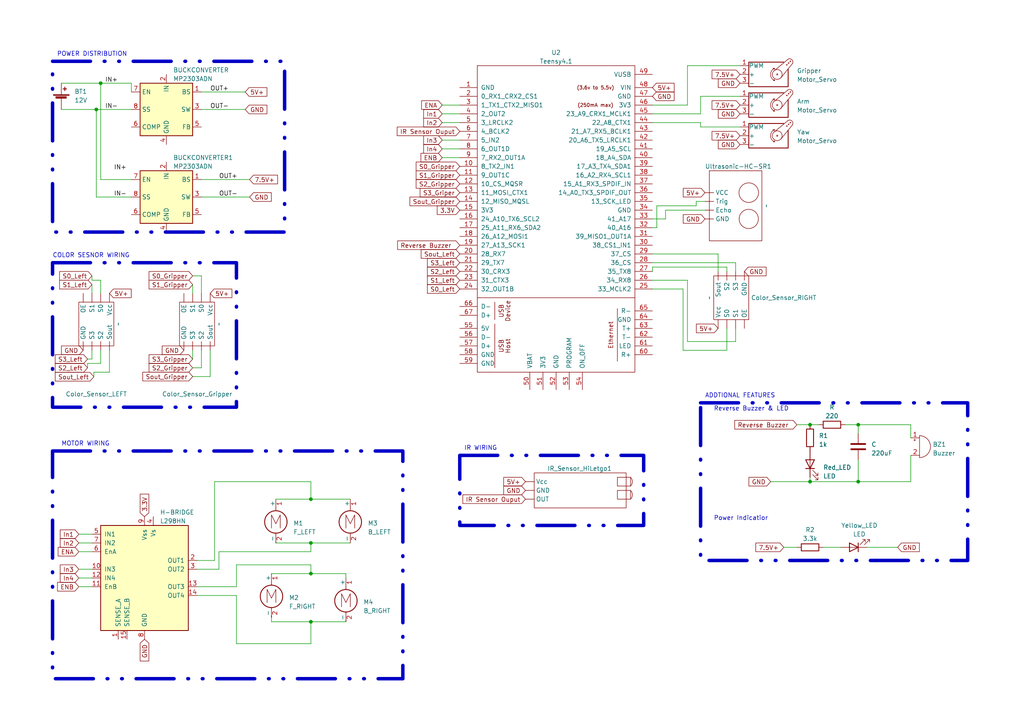
<source format=kicad_sch>
(kicad_sch (version 20230121) (generator eeschema)

  (uuid b0449066-5901-4f5f-8ae2-c2340b19536f)

  (paper "A4")

  (title_block
    (title "TEAM 6  Wriring Diagram ")
    (date "5/17/23")
    (company "University of Denver ")
  )

  (lib_symbols
    (symbol "Device:Battery_Cell" (pin_numbers hide) (pin_names (offset 0) hide) (in_bom yes) (on_board yes)
      (property "Reference" "BT" (at 2.54 2.54 0)
        (effects (font (size 1.27 1.27)) (justify left))
      )
      (property "Value" "Battery_Cell" (at 2.54 0 0)
        (effects (font (size 1.27 1.27)) (justify left))
      )
      (property "Footprint" "" (at 0 1.524 90)
        (effects (font (size 1.27 1.27)) hide)
      )
      (property "Datasheet" "~" (at 0 1.524 90)
        (effects (font (size 1.27 1.27)) hide)
      )
      (property "ki_keywords" "battery cell" (at 0 0 0)
        (effects (font (size 1.27 1.27)) hide)
      )
      (property "ki_description" "Single-cell battery" (at 0 0 0)
        (effects (font (size 1.27 1.27)) hide)
      )
      (symbol "Battery_Cell_0_1"
        (rectangle (start -2.286 1.778) (end 2.286 1.524)
          (stroke (width 0) (type default))
          (fill (type outline))
        )
        (rectangle (start -1.5748 1.1938) (end 1.4732 0.6858)
          (stroke (width 0) (type default))
          (fill (type outline))
        )
        (polyline
          (pts
            (xy 0 0.762)
            (xy 0 0)
          )
          (stroke (width 0) (type default))
          (fill (type none))
        )
        (polyline
          (pts
            (xy 0 1.778)
            (xy 0 2.54)
          )
          (stroke (width 0) (type default))
          (fill (type none))
        )
        (polyline
          (pts
            (xy 0.508 3.429)
            (xy 1.524 3.429)
          )
          (stroke (width 0.254) (type default))
          (fill (type none))
        )
        (polyline
          (pts
            (xy 1.016 3.937)
            (xy 1.016 2.921)
          )
          (stroke (width 0.254) (type default))
          (fill (type none))
        )
      )
      (symbol "Battery_Cell_1_1"
        (pin passive line (at 0 5.08 270) (length 2.54)
          (name "+" (effects (font (size 1.27 1.27))))
          (number "1" (effects (font (size 1.27 1.27))))
        )
        (pin passive line (at 0 -2.54 90) (length 2.54)
          (name "-" (effects (font (size 1.27 1.27))))
          (number "2" (effects (font (size 1.27 1.27))))
        )
      )
    )
    (symbol "Device:Buzzer" (pin_names (offset 0.0254) hide) (in_bom yes) (on_board yes)
      (property "Reference" "BZ" (at 3.81 1.27 0)
        (effects (font (size 1.27 1.27)) (justify left))
      )
      (property "Value" "Buzzer" (at 3.81 -1.27 0)
        (effects (font (size 1.27 1.27)) (justify left))
      )
      (property "Footprint" "" (at -0.635 2.54 90)
        (effects (font (size 1.27 1.27)) hide)
      )
      (property "Datasheet" "~" (at -0.635 2.54 90)
        (effects (font (size 1.27 1.27)) hide)
      )
      (property "ki_keywords" "quartz resonator ceramic" (at 0 0 0)
        (effects (font (size 1.27 1.27)) hide)
      )
      (property "ki_description" "Buzzer, polarized" (at 0 0 0)
        (effects (font (size 1.27 1.27)) hide)
      )
      (property "ki_fp_filters" "*Buzzer*" (at 0 0 0)
        (effects (font (size 1.27 1.27)) hide)
      )
      (symbol "Buzzer_0_1"
        (arc (start 0 -3.175) (mid 3.1612 0) (end 0 3.175)
          (stroke (width 0) (type default))
          (fill (type none))
        )
        (polyline
          (pts
            (xy -1.651 1.905)
            (xy -1.143 1.905)
          )
          (stroke (width 0) (type default))
          (fill (type none))
        )
        (polyline
          (pts
            (xy -1.397 2.159)
            (xy -1.397 1.651)
          )
          (stroke (width 0) (type default))
          (fill (type none))
        )
        (polyline
          (pts
            (xy 0 3.175)
            (xy 0 -3.175)
          )
          (stroke (width 0) (type default))
          (fill (type none))
        )
      )
      (symbol "Buzzer_1_1"
        (pin passive line (at -2.54 2.54 0) (length 2.54)
          (name "-" (effects (font (size 1.27 1.27))))
          (number "1" (effects (font (size 1.27 1.27))))
        )
        (pin passive line (at -2.54 -2.54 0) (length 2.54)
          (name "+" (effects (font (size 1.27 1.27))))
          (number "2" (effects (font (size 1.27 1.27))))
        )
      )
    )
    (symbol "Device:C" (pin_numbers hide) (pin_names (offset 0.254)) (in_bom yes) (on_board yes)
      (property "Reference" "C" (at 0.635 2.54 0)
        (effects (font (size 1.27 1.27)) (justify left))
      )
      (property "Value" "C" (at 0.635 -2.54 0)
        (effects (font (size 1.27 1.27)) (justify left))
      )
      (property "Footprint" "" (at 0.9652 -3.81 0)
        (effects (font (size 1.27 1.27)) hide)
      )
      (property "Datasheet" "~" (at 0 0 0)
        (effects (font (size 1.27 1.27)) hide)
      )
      (property "ki_keywords" "cap capacitor" (at 0 0 0)
        (effects (font (size 1.27 1.27)) hide)
      )
      (property "ki_description" "Unpolarized capacitor" (at 0 0 0)
        (effects (font (size 1.27 1.27)) hide)
      )
      (property "ki_fp_filters" "C_*" (at 0 0 0)
        (effects (font (size 1.27 1.27)) hide)
      )
      (symbol "C_0_1"
        (polyline
          (pts
            (xy -2.032 -0.762)
            (xy 2.032 -0.762)
          )
          (stroke (width 0.508) (type default))
          (fill (type none))
        )
        (polyline
          (pts
            (xy -2.032 0.762)
            (xy 2.032 0.762)
          )
          (stroke (width 0.508) (type default))
          (fill (type none))
        )
      )
      (symbol "C_1_1"
        (pin passive line (at 0 3.81 270) (length 2.794)
          (name "~" (effects (font (size 1.27 1.27))))
          (number "1" (effects (font (size 1.27 1.27))))
        )
        (pin passive line (at 0 -3.81 90) (length 2.794)
          (name "~" (effects (font (size 1.27 1.27))))
          (number "2" (effects (font (size 1.27 1.27))))
        )
      )
    )
    (symbol "Device:LED" (pin_numbers hide) (pin_names (offset 1.016) hide) (in_bom yes) (on_board yes)
      (property "Reference" "D" (at 0 2.54 0)
        (effects (font (size 1.27 1.27)))
      )
      (property "Value" "LED" (at 0 -2.54 0)
        (effects (font (size 1.27 1.27)))
      )
      (property "Footprint" "" (at 0 0 0)
        (effects (font (size 1.27 1.27)) hide)
      )
      (property "Datasheet" "~" (at 0 0 0)
        (effects (font (size 1.27 1.27)) hide)
      )
      (property "ki_keywords" "LED diode" (at 0 0 0)
        (effects (font (size 1.27 1.27)) hide)
      )
      (property "ki_description" "Light emitting diode" (at 0 0 0)
        (effects (font (size 1.27 1.27)) hide)
      )
      (property "ki_fp_filters" "LED* LED_SMD:* LED_THT:*" (at 0 0 0)
        (effects (font (size 1.27 1.27)) hide)
      )
      (symbol "LED_0_1"
        (polyline
          (pts
            (xy -1.27 -1.27)
            (xy -1.27 1.27)
          )
          (stroke (width 0.254) (type default))
          (fill (type none))
        )
        (polyline
          (pts
            (xy -1.27 0)
            (xy 1.27 0)
          )
          (stroke (width 0) (type default))
          (fill (type none))
        )
        (polyline
          (pts
            (xy 1.27 -1.27)
            (xy 1.27 1.27)
            (xy -1.27 0)
            (xy 1.27 -1.27)
          )
          (stroke (width 0.254) (type default))
          (fill (type none))
        )
        (polyline
          (pts
            (xy -3.048 -0.762)
            (xy -4.572 -2.286)
            (xy -3.81 -2.286)
            (xy -4.572 -2.286)
            (xy -4.572 -1.524)
          )
          (stroke (width 0) (type default))
          (fill (type none))
        )
        (polyline
          (pts
            (xy -1.778 -0.762)
            (xy -3.302 -2.286)
            (xy -2.54 -2.286)
            (xy -3.302 -2.286)
            (xy -3.302 -1.524)
          )
          (stroke (width 0) (type default))
          (fill (type none))
        )
      )
      (symbol "LED_1_1"
        (pin passive line (at -3.81 0 0) (length 2.54)
          (name "K" (effects (font (size 1.27 1.27))))
          (number "1" (effects (font (size 1.27 1.27))))
        )
        (pin passive line (at 3.81 0 180) (length 2.54)
          (name "A" (effects (font (size 1.27 1.27))))
          (number "2" (effects (font (size 1.27 1.27))))
        )
      )
    )
    (symbol "Device:R" (pin_numbers hide) (pin_names (offset 0)) (in_bom yes) (on_board yes)
      (property "Reference" "R" (at 2.032 0 90)
        (effects (font (size 1.27 1.27)))
      )
      (property "Value" "R" (at 0 0 90)
        (effects (font (size 1.27 1.27)))
      )
      (property "Footprint" "" (at -1.778 0 90)
        (effects (font (size 1.27 1.27)) hide)
      )
      (property "Datasheet" "~" (at 0 0 0)
        (effects (font (size 1.27 1.27)) hide)
      )
      (property "ki_keywords" "R res resistor" (at 0 0 0)
        (effects (font (size 1.27 1.27)) hide)
      )
      (property "ki_description" "Resistor" (at 0 0 0)
        (effects (font (size 1.27 1.27)) hide)
      )
      (property "ki_fp_filters" "R_*" (at 0 0 0)
        (effects (font (size 1.27 1.27)) hide)
      )
      (symbol "R_0_1"
        (rectangle (start -1.016 -2.54) (end 1.016 2.54)
          (stroke (width 0.254) (type default))
          (fill (type none))
        )
      )
      (symbol "R_1_1"
        (pin passive line (at 0 3.81 270) (length 1.27)
          (name "~" (effects (font (size 1.27 1.27))))
          (number "1" (effects (font (size 1.27 1.27))))
        )
        (pin passive line (at 0 -3.81 90) (length 1.27)
          (name "~" (effects (font (size 1.27 1.27))))
          (number "2" (effects (font (size 1.27 1.27))))
        )
      )
    )
    (symbol "Driver_Motor:L298HN" (pin_names (offset 1.016)) (in_bom yes) (on_board yes)
      (property "Reference" "U" (at -10.16 16.51 0)
        (effects (font (size 1.27 1.27)) (justify right))
      )
      (property "Value" "L298HN" (at 12.7 16.51 0)
        (effects (font (size 1.27 1.27)) (justify right))
      )
      (property "Footprint" "Package_TO_SOT_THT:TO-220-15_P2.54x2.54mm_StaggerOdd_Lead5.84mm_TabDown" (at 1.27 -16.51 0)
        (effects (font (size 1.27 1.27)) (justify left) hide)
      )
      (property "Datasheet" "http://www.st.com/st-web-ui/static/active/en/resource/technical/document/datasheet/CD00000240.pdf" (at 3.81 6.35 0)
        (effects (font (size 1.27 1.27)) hide)
      )
      (property "ki_keywords" "H-bridge motor driver" (at 0 0 0)
        (effects (font (size 1.27 1.27)) hide)
      )
      (property "ki_description" "Dual full bridge motor driver, up to 46V, 4A, Multiwatt15-H" (at 0 0 0)
        (effects (font (size 1.27 1.27)) hide)
      )
      (property "ki_fp_filters" "TO?220*StaggerOdd*TabDown*" (at 0 0 0)
        (effects (font (size 1.27 1.27)) hide)
      )
      (symbol "L298HN_0_1"
        (rectangle (start -12.7 15.24) (end 12.7 -15.24)
          (stroke (width 0.254) (type default))
          (fill (type background))
        )
      )
      (symbol "L298HN_1_1"
        (pin power_in line (at -7.62 -17.78 90) (length 2.54)
          (name "SENSE_A" (effects (font (size 1.27 1.27))))
          (number "1" (effects (font (size 1.27 1.27))))
        )
        (pin input line (at -15.24 2.54 0) (length 2.54)
          (name "IN3" (effects (font (size 1.27 1.27))))
          (number "10" (effects (font (size 1.27 1.27))))
        )
        (pin input line (at -15.24 -2.54 0) (length 2.54)
          (name "EnB" (effects (font (size 1.27 1.27))))
          (number "11" (effects (font (size 1.27 1.27))))
        )
        (pin input line (at -15.24 0 0) (length 2.54)
          (name "IN4" (effects (font (size 1.27 1.27))))
          (number "12" (effects (font (size 1.27 1.27))))
        )
        (pin output line (at 15.24 -2.54 180) (length 2.54)
          (name "OUT3" (effects (font (size 1.27 1.27))))
          (number "13" (effects (font (size 1.27 1.27))))
        )
        (pin output line (at 15.24 -5.08 180) (length 2.54)
          (name "OUT4" (effects (font (size 1.27 1.27))))
          (number "14" (effects (font (size 1.27 1.27))))
        )
        (pin power_in line (at -5.08 -17.78 90) (length 2.54)
          (name "SENSE_B" (effects (font (size 1.27 1.27))))
          (number "15" (effects (font (size 1.27 1.27))))
        )
        (pin output line (at 15.24 5.08 180) (length 2.54)
          (name "OUT1" (effects (font (size 1.27 1.27))))
          (number "2" (effects (font (size 1.27 1.27))))
        )
        (pin output line (at 15.24 2.54 180) (length 2.54)
          (name "OUT2" (effects (font (size 1.27 1.27))))
          (number "3" (effects (font (size 1.27 1.27))))
        )
        (pin power_in line (at 2.54 17.78 270) (length 2.54)
          (name "Vs" (effects (font (size 1.27 1.27))))
          (number "4" (effects (font (size 1.27 1.27))))
        )
        (pin input line (at -15.24 12.7 0) (length 2.54)
          (name "IN1" (effects (font (size 1.27 1.27))))
          (number "5" (effects (font (size 1.27 1.27))))
        )
        (pin input line (at -15.24 7.62 0) (length 2.54)
          (name "EnA" (effects (font (size 1.27 1.27))))
          (number "6" (effects (font (size 1.27 1.27))))
        )
        (pin input line (at -15.24 10.16 0) (length 2.54)
          (name "IN2" (effects (font (size 1.27 1.27))))
          (number "7" (effects (font (size 1.27 1.27))))
        )
        (pin power_in line (at 0 -17.78 90) (length 2.54)
          (name "GND" (effects (font (size 1.27 1.27))))
          (number "8" (effects (font (size 1.27 1.27))))
        )
        (pin power_in line (at 0 17.78 270) (length 2.54)
          (name "Vss" (effects (font (size 1.27 1.27))))
          (number "9" (effects (font (size 1.27 1.27))))
        )
      )
    )
    (symbol "Motor:Motor_DC" (pin_names (offset 0)) (in_bom yes) (on_board yes)
      (property "Reference" "M" (at 2.54 2.54 0)
        (effects (font (size 1.27 1.27)) (justify left))
      )
      (property "Value" "Motor_DC" (at 2.54 -5.08 0)
        (effects (font (size 1.27 1.27)) (justify left top))
      )
      (property "Footprint" "" (at 0 -2.286 0)
        (effects (font (size 1.27 1.27)) hide)
      )
      (property "Datasheet" "~" (at 0 -2.286 0)
        (effects (font (size 1.27 1.27)) hide)
      )
      (property "ki_keywords" "DC Motor" (at 0 0 0)
        (effects (font (size 1.27 1.27)) hide)
      )
      (property "ki_description" "DC Motor" (at 0 0 0)
        (effects (font (size 1.27 1.27)) hide)
      )
      (property "ki_fp_filters" "PinHeader*P2.54mm* TerminalBlock*" (at 0 0 0)
        (effects (font (size 1.27 1.27)) hide)
      )
      (symbol "Motor_DC_0_0"
        (polyline
          (pts
            (xy -1.27 -3.302)
            (xy -1.27 0.508)
            (xy 0 -2.032)
            (xy 1.27 0.508)
            (xy 1.27 -3.302)
          )
          (stroke (width 0) (type default))
          (fill (type none))
        )
      )
      (symbol "Motor_DC_0_1"
        (circle (center 0 -1.524) (radius 3.2512)
          (stroke (width 0.254) (type default))
          (fill (type none))
        )
        (polyline
          (pts
            (xy 0 -7.62)
            (xy 0 -7.112)
          )
          (stroke (width 0) (type default))
          (fill (type none))
        )
        (polyline
          (pts
            (xy 0 -4.7752)
            (xy 0 -5.1816)
          )
          (stroke (width 0) (type default))
          (fill (type none))
        )
        (polyline
          (pts
            (xy 0 1.7272)
            (xy 0 2.0828)
          )
          (stroke (width 0) (type default))
          (fill (type none))
        )
        (polyline
          (pts
            (xy 0 2.032)
            (xy 0 2.54)
          )
          (stroke (width 0) (type default))
          (fill (type none))
        )
      )
      (symbol "Motor_DC_1_1"
        (pin passive line (at 0 5.08 270) (length 2.54)
          (name "+" (effects (font (size 1.27 1.27))))
          (number "1" (effects (font (size 1.27 1.27))))
        )
        (pin passive line (at 0 -7.62 90) (length 2.54)
          (name "-" (effects (font (size 1.27 1.27))))
          (number "2" (effects (font (size 1.27 1.27))))
        )
      )
    )
    (symbol "Motor:Motor_Servo" (pin_names (offset 0.0254)) (in_bom yes) (on_board yes)
      (property "Reference" "M" (at -5.08 4.445 0)
        (effects (font (size 1.27 1.27)) (justify left))
      )
      (property "Value" "Motor_Servo" (at -5.08 -4.064 0)
        (effects (font (size 1.27 1.27)) (justify left top))
      )
      (property "Footprint" "" (at 0 -4.826 0)
        (effects (font (size 1.27 1.27)) hide)
      )
      (property "Datasheet" "http://forums.parallax.com/uploads/attachments/46831/74481.png" (at 0 -4.826 0)
        (effects (font (size 1.27 1.27)) hide)
      )
      (property "ki_keywords" "Servo Motor" (at 0 0 0)
        (effects (font (size 1.27 1.27)) hide)
      )
      (property "ki_description" "Servo Motor (Futaba, HiTec, JR connector)" (at 0 0 0)
        (effects (font (size 1.27 1.27)) hide)
      )
      (property "ki_fp_filters" "PinHeader*P2.54mm*" (at 0 0 0)
        (effects (font (size 1.27 1.27)) hide)
      )
      (symbol "Motor_Servo_0_1"
        (polyline
          (pts
            (xy 2.413 -1.778)
            (xy 2.032 -1.778)
          )
          (stroke (width 0) (type default))
          (fill (type none))
        )
        (polyline
          (pts
            (xy 2.413 -1.778)
            (xy 2.286 -1.397)
          )
          (stroke (width 0) (type default))
          (fill (type none))
        )
        (polyline
          (pts
            (xy 2.413 1.778)
            (xy 1.905 1.778)
          )
          (stroke (width 0) (type default))
          (fill (type none))
        )
        (polyline
          (pts
            (xy 2.413 1.778)
            (xy 2.286 1.397)
          )
          (stroke (width 0) (type default))
          (fill (type none))
        )
        (polyline
          (pts
            (xy 6.35 4.445)
            (xy 2.54 1.27)
          )
          (stroke (width 0) (type default))
          (fill (type none))
        )
        (polyline
          (pts
            (xy 7.62 3.175)
            (xy 4.191 -1.016)
          )
          (stroke (width 0) (type default))
          (fill (type none))
        )
        (polyline
          (pts
            (xy 5.08 3.556)
            (xy -5.08 3.556)
            (xy -5.08 -3.556)
            (xy 6.35 -3.556)
            (xy 6.35 1.524)
          )
          (stroke (width 0.254) (type default))
          (fill (type none))
        )
        (arc (start 2.413 1.778) (mid 1.2406 0) (end 2.413 -1.778)
          (stroke (width 0) (type default))
          (fill (type none))
        )
        (circle (center 3.175 0) (radius 0.1778)
          (stroke (width 0) (type default))
          (fill (type none))
        )
        (circle (center 3.175 0) (radius 1.4224)
          (stroke (width 0) (type default))
          (fill (type none))
        )
        (circle (center 5.969 2.794) (radius 0.127)
          (stroke (width 0) (type default))
          (fill (type none))
        )
        (circle (center 6.477 3.302) (radius 0.127)
          (stroke (width 0) (type default))
          (fill (type none))
        )
        (circle (center 6.985 3.81) (radius 0.127)
          (stroke (width 0) (type default))
          (fill (type none))
        )
        (arc (start 7.62 3.175) (mid 7.4485 4.2735) (end 6.35 4.445)
          (stroke (width 0) (type default))
          (fill (type none))
        )
      )
      (symbol "Motor_Servo_1_1"
        (pin passive line (at -7.62 2.54 0) (length 2.54)
          (name "PWM" (effects (font (size 1.27 1.27))))
          (number "1" (effects (font (size 1.27 1.27))))
        )
        (pin passive line (at -7.62 0 0) (length 2.54)
          (name "+" (effects (font (size 1.27 1.27))))
          (number "2" (effects (font (size 1.27 1.27))))
        )
        (pin passive line (at -7.62 -2.54 0) (length 2.54)
          (name "-" (effects (font (size 1.27 1.27))))
          (number "3" (effects (font (size 1.27 1.27))))
        )
      )
    )
    (symbol "Regulator_Switching:MP2303ADN" (in_bom yes) (on_board yes)
      (property "Reference" "U" (at -7.366 8.636 0)
        (effects (font (size 1.27 1.27)))
      )
      (property "Value" "MP2303ADN" (at 7.62 8.89 0)
        (effects (font (size 1.27 1.27)))
      )
      (property "Footprint" "Package_SO:SOIC-8-1EP_3.9x4.9mm_P1.27mm_EP2.62x3.51mm" (at 0 -2.54 0)
        (effects (font (size 1.27 1.27)) hide)
      )
      (property "Datasheet" "https://www.monolithicpower.com/pub/media/document/MP2303A_r1.1.pdf" (at 0 -2.54 0)
        (effects (font (size 1.27 1.27)) hide)
      )
      (property "ki_keywords" "buck converter step down" (at 0 0 0)
        (effects (font (size 1.27 1.27)) hide)
      )
      (property "ki_description" "Synchronous Rectified 3A, 28V, 360kHz Step-Down Converter, SOIC-8" (at 0 0 0)
        (effects (font (size 1.27 1.27)) hide)
      )
      (property "ki_fp_filters" "SOIC*1EP*3.9x4.9mm*P1.27mm*" (at 0 0 0)
        (effects (font (size 1.27 1.27)) hide)
      )
      (symbol "MP2303ADN_0_1"
        (rectangle (start -7.62 7.62) (end 7.62 -7.62)
          (stroke (width 0.254) (type default))
          (fill (type background))
        )
      )
      (symbol "MP2303ADN_1_1"
        (pin passive line (at 10.16 5.08 180) (length 2.54)
          (name "BS" (effects (font (size 1.27 1.27))))
          (number "1" (effects (font (size 1.27 1.27))))
        )
        (pin power_in line (at 0 10.16 270) (length 2.54)
          (name "IN" (effects (font (size 1.27 1.27))))
          (number "2" (effects (font (size 1.27 1.27))))
        )
        (pin output line (at 10.16 0 180) (length 2.54)
          (name "SW" (effects (font (size 1.27 1.27))))
          (number "3" (effects (font (size 1.27 1.27))))
        )
        (pin power_in line (at 0 -10.16 90) (length 2.54)
          (name "GND" (effects (font (size 1.27 1.27))))
          (number "4" (effects (font (size 1.27 1.27))))
        )
        (pin input line (at 10.16 -5.08 180) (length 2.54)
          (name "FB" (effects (font (size 1.27 1.27))))
          (number "5" (effects (font (size 1.27 1.27))))
        )
        (pin passive line (at -10.16 -5.08 0) (length 2.54)
          (name "COMP" (effects (font (size 1.27 1.27))))
          (number "6" (effects (font (size 1.27 1.27))))
        )
        (pin input line (at -10.16 5.08 0) (length 2.54)
          (name "EN" (effects (font (size 1.27 1.27))))
          (number "7" (effects (font (size 1.27 1.27))))
        )
        (pin input line (at -10.16 0 0) (length 2.54)
          (name "SS" (effects (font (size 1.27 1.27))))
          (number "8" (effects (font (size 1.27 1.27))))
        )
      )
    )
    (symbol "SpringIntegrationkicad_sym:Color_Sensor__TCS3200" (in_bom yes) (on_board yes)
      (property "Reference" "Color_Sensor" (at 0 0 0)
        (effects (font (size 1.27 1.27)))
      )
      (property "Value" "" (at 0 0 0)
        (effects (font (size 1.27 1.27)))
      )
      (property "Footprint" "" (at 0 0 0)
        (effects (font (size 1.27 1.27)) hide)
      )
      (property "Datasheet" "" (at 0 0 0)
        (effects (font (size 1.27 1.27)) hide)
      )
      (symbol "Color_Sensor__TCS3200_0_1"
        (rectangle (start -6.35 -1.27) (end 6.35 -11.43)
          (stroke (width 0) (type default))
          (fill (type none))
        )
      )
      (symbol "Color_Sensor__TCS3200_1_1"
        (pin input line (at 7.62 -10.16 180) (length 2.54)
          (name "GND" (effects (font (size 1.27 1.27))))
          (number "" (effects (font (size 1.27 1.27))))
        )
        (pin input line (at -8.89 -10.16 0) (length 2.54)
          (name "OE" (effects (font (size 1.27 1.27))))
          (number "" (effects (font (size 1.27 1.27))))
        )
        (pin input line (at -8.89 -5.08 0) (length 2.54)
          (name "S0" (effects (font (size 1.27 1.27))))
          (number "" (effects (font (size 1.27 1.27))))
        )
        (pin input line (at -8.89 -7.62 0) (length 2.54)
          (name "S1" (effects (font (size 1.27 1.27))))
          (number "" (effects (font (size 1.27 1.27))))
        )
        (pin input line (at 7.62 -5.08 180) (length 2.54)
          (name "S2" (effects (font (size 1.27 1.27))))
          (number "" (effects (font (size 1.27 1.27))))
        )
        (pin input line (at 7.62 -7.62 180) (length 2.54)
          (name "S3" (effects (font (size 1.27 1.27))))
          (number "" (effects (font (size 1.27 1.27))))
        )
        (pin input line (at 7.62 -2.54 180) (length 2.54)
          (name "Sout" (effects (font (size 1.27 1.27))))
          (number "" (effects (font (size 1.27 1.27))))
        )
        (pin input line (at -8.89 -2.54 0) (length 2.54)
          (name "Vcc" (effects (font (size 1.27 1.27))))
          (number "" (effects (font (size 1.27 1.27))))
        )
      )
    )
    (symbol "SpringIntegrationkicad_sym:HC-SR04" (in_bom yes) (on_board yes)
      (property "Reference" "Ultrasonic-HC-SR04" (at -3.81 5.08 0)
        (effects (font (size 1.27 1.27)))
      )
      (property "Value" "" (at -3.81 5.08 0)
        (effects (font (size 1.27 1.27)))
      )
      (property "Footprint" "" (at -3.81 5.08 0)
        (effects (font (size 1.27 1.27)) hide)
      )
      (property "Datasheet" "" (at -3.81 5.08 0)
        (effects (font (size 1.27 1.27)) hide)
      )
      (symbol "HC-SR04_0_1"
        (rectangle (start -13.97 3.81) (end 6.35 -11.43)
          (stroke (width 0) (type default))
          (fill (type none))
        )
        (circle (center -7.62 0) (radius 2.8398)
          (stroke (width 0) (type default))
          (fill (type none))
        )
        (circle (center 0 0) (radius 2.786)
          (stroke (width 0) (type default))
          (fill (type none))
        )
      )
      (symbol "HC-SR04_1_1"
        (pin input line (at -2.54 -12.7 90) (length 2.54)
          (name "Echo" (effects (font (size 1.27 1.27))))
          (number "" (effects (font (size 1.27 1.27))))
        )
        (pin input line (at 0 -12.7 90) (length 2.54)
          (name "GND" (effects (font (size 1.27 1.27))))
          (number "" (effects (font (size 1.27 1.27))))
        )
        (pin input line (at -5.08 -12.7 90) (length 2.54)
          (name "Trig" (effects (font (size 1.27 1.27))))
          (number "" (effects (font (size 1.27 1.27))))
        )
        (pin input line (at -7.62 -12.7 90) (length 2.54)
          (name "VCC" (effects (font (size 1.27 1.27))))
          (number "" (effects (font (size 1.27 1.27))))
        )
      )
    )
    (symbol "SpringIntegrationkicad_sym:IR_Sensor_" (in_bom yes) (on_board yes)
      (property "Reference" "IR_Sensor_HiLetgo" (at 0 0 0)
        (effects (font (size 1.27 1.27)))
      )
      (property "Value" "" (at 0 0 0)
        (effects (font (size 1.27 1.27)))
      )
      (property "Footprint" "" (at 0 0 0)
        (effects (font (size 1.27 1.27)) hide)
      )
      (property "Datasheet" "" (at 0 0 0)
        (effects (font (size 1.27 1.27)) hide)
      )
      (symbol "IR_Sensor__0_1"
        (rectangle (start -7.62 -1.27) (end 19.05 -11.43)
          (stroke (width 0) (type default))
          (fill (type none))
        )
        (rectangle (start 16.51 -6.35) (end 20.32 -8.89)
          (stroke (width 0) (type default))
          (fill (type none))
        )
        (rectangle (start 16.51 -2.54) (end 20.32 -5.08)
          (stroke (width 0) (type default))
          (fill (type none))
        )
        (arc (start 20.32 -8.89) (mid 20.846 -7.62) (end 20.32 -6.35)
          (stroke (width 0) (type default))
          (fill (type none))
        )
        (arc (start 20.32 -5.08) (mid 20.846 -3.81) (end 20.32 -2.54)
          (stroke (width 0) (type default))
          (fill (type none))
        )
      )
      (symbol "IR_Sensor__1_1"
        (pin input line (at -10.16 -6.35 0) (length 2.54)
          (name "GND" (effects (font (size 1.27 1.27))))
          (number "" (effects (font (size 1.27 1.27))))
        )
        (pin input line (at -10.16 -8.89 0) (length 2.54)
          (name "OUT" (effects (font (size 1.27 1.27))))
          (number "" (effects (font (size 1.27 1.27))))
        )
        (pin input line (at -10.16 -3.81 0) (length 2.54)
          (name "Vcc" (effects (font (size 1.27 1.27))))
          (number "" (effects (font (size 1.27 1.27))))
        )
      )
    )
    (symbol "Teensy:Teensy4.1" (pin_names (offset 1.016)) (in_bom yes) (on_board yes)
      (property "Reference" "U" (at 0 64.77 0)
        (effects (font (size 1.27 1.27)))
      )
      (property "Value" "Teensy4.1" (at 0 62.23 0)
        (effects (font (size 1.27 1.27)))
      )
      (property "Footprint" "" (at -10.16 10.16 0)
        (effects (font (size 1.27 1.27)) hide)
      )
      (property "Datasheet" "" (at -10.16 10.16 0)
        (effects (font (size 1.27 1.27)) hide)
      )
      (symbol "Teensy4.1_0_0"
        (polyline
          (pts
            (xy -22.86 -6.35)
            (xy 22.86 -6.35)
          )
          (stroke (width 0) (type solid))
          (fill (type none))
        )
        (polyline
          (pts
            (xy -17.78 -26.67)
            (xy -17.78 -13.97)
          )
          (stroke (width 0) (type solid))
          (fill (type none))
        )
        (polyline
          (pts
            (xy -17.78 -7.62)
            (xy -17.78 -12.7)
          )
          (stroke (width 0) (type solid))
          (fill (type none))
        )
        (polyline
          (pts
            (xy 17.78 -9.525)
            (xy 17.78 -24.765)
          )
          (stroke (width 0) (type solid))
          (fill (type none))
        )
        (text "(250mA max)" (at 11.43 49.53 0)
          (effects (font (size 1.016 1.016)))
        )
        (text "(3.6v to 5.5v)" (at 11.43 54.61 0)
          (effects (font (size 1.016 1.016)))
        )
        (text "Device" (at -13.97 -10.16 900)
          (effects (font (size 1.27 1.27)))
        )
        (text "Ethernet" (at 15.875 -17.145 900)
          (effects (font (size 1.27 1.27)))
        )
        (text "Host" (at -13.97 -20.32 900)
          (effects (font (size 1.27 1.27)))
        )
        (text "USB" (at -15.875 -20.32 900)
          (effects (font (size 1.27 1.27)))
        )
        (text "USB" (at -15.875 -10.16 900)
          (effects (font (size 1.27 1.27)))
        )
        (pin bidirectional line (at -27.94 31.75 0) (length 5.08)
          (name "8_TX2_IN1" (effects (font (size 1.27 1.27))))
          (number "10" (effects (font (size 1.27 1.27))))
        )
        (pin bidirectional line (at -27.94 29.21 0) (length 5.08)
          (name "9_OUT1C" (effects (font (size 1.27 1.27))))
          (number "11" (effects (font (size 1.27 1.27))))
        )
        (pin bidirectional line (at -27.94 26.67 0) (length 5.08)
          (name "10_CS_MQSR" (effects (font (size 1.27 1.27))))
          (number "12" (effects (font (size 1.27 1.27))))
        )
        (pin bidirectional line (at -27.94 24.13 0) (length 5.08)
          (name "11_MOSI_CTX1" (effects (font (size 1.27 1.27))))
          (number "13" (effects (font (size 1.27 1.27))))
        )
        (pin bidirectional line (at -27.94 21.59 0) (length 5.08)
          (name "12_MISO_MQSL" (effects (font (size 1.27 1.27))))
          (number "14" (effects (font (size 1.27 1.27))))
        )
        (pin power_in line (at -27.94 19.05 0) (length 5.08)
          (name "3V3" (effects (font (size 1.27 1.27))))
          (number "15" (effects (font (size 1.27 1.27))))
        )
        (pin bidirectional line (at -27.94 16.51 0) (length 5.08)
          (name "24_A10_TX6_SCL2" (effects (font (size 1.27 1.27))))
          (number "16" (effects (font (size 1.27 1.27))))
        )
        (pin bidirectional line (at -27.94 13.97 0) (length 5.08)
          (name "25_A11_RX6_SDA2" (effects (font (size 1.27 1.27))))
          (number "17" (effects (font (size 1.27 1.27))))
        )
        (pin bidirectional line (at -27.94 11.43 0) (length 5.08)
          (name "26_A12_MOSI1" (effects (font (size 1.27 1.27))))
          (number "18" (effects (font (size 1.27 1.27))))
        )
        (pin bidirectional line (at -27.94 8.89 0) (length 5.08)
          (name "27_A13_SCK1" (effects (font (size 1.27 1.27))))
          (number "19" (effects (font (size 1.27 1.27))))
        )
        (pin bidirectional line (at -27.94 6.35 0) (length 5.08)
          (name "28_RX7" (effects (font (size 1.27 1.27))))
          (number "20" (effects (font (size 1.27 1.27))))
        )
        (pin bidirectional line (at -27.94 3.81 0) (length 5.08)
          (name "29_TX7" (effects (font (size 1.27 1.27))))
          (number "21" (effects (font (size 1.27 1.27))))
        )
        (pin bidirectional line (at -27.94 1.27 0) (length 5.08)
          (name "30_CRX3" (effects (font (size 1.27 1.27))))
          (number "22" (effects (font (size 1.27 1.27))))
        )
        (pin bidirectional line (at -27.94 -1.27 0) (length 5.08)
          (name "31_CTX3" (effects (font (size 1.27 1.27))))
          (number "23" (effects (font (size 1.27 1.27))))
        )
        (pin bidirectional line (at -27.94 -3.81 0) (length 5.08)
          (name "32_OUT1B" (effects (font (size 1.27 1.27))))
          (number "24" (effects (font (size 1.27 1.27))))
        )
        (pin bidirectional line (at 27.94 -3.81 180) (length 5.08)
          (name "33_MCLK2" (effects (font (size 1.27 1.27))))
          (number "25" (effects (font (size 1.27 1.27))))
        )
        (pin bidirectional line (at 27.94 -1.27 180) (length 5.08)
          (name "34_RX8" (effects (font (size 1.27 1.27))))
          (number "26" (effects (font (size 1.27 1.27))))
        )
        (pin bidirectional line (at 27.94 1.27 180) (length 5.08)
          (name "35_TX8" (effects (font (size 1.27 1.27))))
          (number "27" (effects (font (size 1.27 1.27))))
        )
        (pin bidirectional line (at 27.94 3.81 180) (length 5.08)
          (name "36_CS" (effects (font (size 1.27 1.27))))
          (number "28" (effects (font (size 1.27 1.27))))
        )
        (pin bidirectional line (at 27.94 6.35 180) (length 5.08)
          (name "37_CS" (effects (font (size 1.27 1.27))))
          (number "29" (effects (font (size 1.27 1.27))))
        )
        (pin bidirectional line (at 27.94 8.89 180) (length 5.08)
          (name "38_CS1_IN1" (effects (font (size 1.27 1.27))))
          (number "30" (effects (font (size 1.27 1.27))))
        )
        (pin bidirectional line (at 27.94 11.43 180) (length 5.08)
          (name "39_MISO1_OUT1A" (effects (font (size 1.27 1.27))))
          (number "31" (effects (font (size 1.27 1.27))))
        )
        (pin bidirectional line (at 27.94 13.97 180) (length 5.08)
          (name "40_A16" (effects (font (size 1.27 1.27))))
          (number "32" (effects (font (size 1.27 1.27))))
        )
        (pin bidirectional line (at 27.94 16.51 180) (length 5.08)
          (name "41_A17" (effects (font (size 1.27 1.27))))
          (number "33" (effects (font (size 1.27 1.27))))
        )
        (pin bidirectional line (at 27.94 21.59 180) (length 5.08)
          (name "13_SCK_LED" (effects (font (size 1.27 1.27))))
          (number "35" (effects (font (size 1.27 1.27))))
        )
        (pin bidirectional line (at 27.94 24.13 180) (length 5.08)
          (name "14_A0_TX3_SPDIF_OUT" (effects (font (size 1.27 1.27))))
          (number "36" (effects (font (size 1.27 1.27))))
        )
        (pin bidirectional line (at 27.94 26.67 180) (length 5.08)
          (name "15_A1_RX3_SPDIF_IN" (effects (font (size 1.27 1.27))))
          (number "37" (effects (font (size 1.27 1.27))))
        )
        (pin bidirectional line (at 27.94 29.21 180) (length 5.08)
          (name "16_A2_RX4_SCL1" (effects (font (size 1.27 1.27))))
          (number "38" (effects (font (size 1.27 1.27))))
        )
        (pin bidirectional line (at 27.94 31.75 180) (length 5.08)
          (name "17_A3_TX4_SDA1" (effects (font (size 1.27 1.27))))
          (number "39" (effects (font (size 1.27 1.27))))
        )
        (pin bidirectional line (at 27.94 34.29 180) (length 5.08)
          (name "18_A4_SDA" (effects (font (size 1.27 1.27))))
          (number "40" (effects (font (size 1.27 1.27))))
        )
        (pin bidirectional line (at 27.94 36.83 180) (length 5.08)
          (name "19_A5_SCL" (effects (font (size 1.27 1.27))))
          (number "41" (effects (font (size 1.27 1.27))))
        )
        (pin bidirectional line (at 27.94 39.37 180) (length 5.08)
          (name "20_A6_TX5_LRCLK1" (effects (font (size 1.27 1.27))))
          (number "42" (effects (font (size 1.27 1.27))))
        )
        (pin bidirectional line (at 27.94 41.91 180) (length 5.08)
          (name "21_A7_RX5_BCLK1" (effects (font (size 1.27 1.27))))
          (number "43" (effects (font (size 1.27 1.27))))
        )
        (pin bidirectional line (at 27.94 44.45 180) (length 5.08)
          (name "22_A8_CTX1" (effects (font (size 1.27 1.27))))
          (number "44" (effects (font (size 1.27 1.27))))
        )
        (pin bidirectional line (at 27.94 46.99 180) (length 5.08)
          (name "23_A9_CRX1_MCLK1" (effects (font (size 1.27 1.27))))
          (number "45" (effects (font (size 1.27 1.27))))
        )
        (pin output line (at 27.94 49.53 180) (length 5.08)
          (name "3V3" (effects (font (size 1.27 1.27))))
          (number "46" (effects (font (size 1.27 1.27))))
        )
        (pin output line (at 27.94 52.07 180) (length 5.08)
          (name "GND" (effects (font (size 1.27 1.27))))
          (number "47" (effects (font (size 1.27 1.27))))
        )
        (pin power_in line (at 27.94 54.61 180) (length 5.08)
          (name "VIN" (effects (font (size 1.27 1.27))))
          (number "48" (effects (font (size 1.27 1.27))))
        )
        (pin power_out line (at 27.94 58.42 180) (length 5.08)
          (name "VUSB" (effects (font (size 1.27 1.27))))
          (number "49" (effects (font (size 1.27 1.27))))
        )
        (pin bidirectional line (at -27.94 44.45 0) (length 5.08)
          (name "3_LRCLK2" (effects (font (size 1.27 1.27))))
          (number "5" (effects (font (size 1.27 1.27))))
        )
        (pin power_in line (at -7.62 -33.02 90) (length 5.08)
          (name "VBAT" (effects (font (size 1.27 1.27))))
          (number "50" (effects (font (size 1.27 1.27))))
        )
        (pin power_in line (at -3.81 -33.02 90) (length 5.08)
          (name "3V3" (effects (font (size 1.27 1.27))))
          (number "51" (effects (font (size 1.27 1.27))))
        )
        (pin input line (at 0 -33.02 90) (length 5.08)
          (name "GND" (effects (font (size 1.27 1.27))))
          (number "52" (effects (font (size 1.27 1.27))))
        )
        (pin input line (at 3.81 -33.02 90) (length 5.08)
          (name "PROGRAM" (effects (font (size 1.27 1.27))))
          (number "53" (effects (font (size 1.27 1.27))))
        )
        (pin input line (at 7.62 -33.02 90) (length 5.08)
          (name "ON_OFF" (effects (font (size 1.27 1.27))))
          (number "54" (effects (font (size 1.27 1.27))))
        )
        (pin power_out line (at -27.94 -15.24 0) (length 5.08)
          (name "5V" (effects (font (size 1.27 1.27))))
          (number "55" (effects (font (size 1.27 1.27))))
        )
        (pin bidirectional line (at -27.94 -17.78 0) (length 5.08)
          (name "D-" (effects (font (size 1.27 1.27))))
          (number "56" (effects (font (size 1.27 1.27))))
        )
        (pin bidirectional line (at -27.94 -20.32 0) (length 5.08)
          (name "D+" (effects (font (size 1.27 1.27))))
          (number "57" (effects (font (size 1.27 1.27))))
        )
        (pin power_in line (at -27.94 -22.86 0) (length 5.08)
          (name "GND" (effects (font (size 1.27 1.27))))
          (number "58" (effects (font (size 1.27 1.27))))
        )
        (pin power_in line (at -27.94 -25.4 0) (length 5.08)
          (name "GND" (effects (font (size 1.27 1.27))))
          (number "59" (effects (font (size 1.27 1.27))))
        )
        (pin bidirectional line (at -27.94 41.91 0) (length 5.08)
          (name "4_BCLK2" (effects (font (size 1.27 1.27))))
          (number "6" (effects (font (size 1.27 1.27))))
        )
        (pin bidirectional line (at 27.94 -22.86 180) (length 5.08)
          (name "R+" (effects (font (size 1.27 1.27))))
          (number "60" (effects (font (size 1.27 1.27))))
        )
        (pin bidirectional line (at 27.94 -20.32 180) (length 5.08)
          (name "LED" (effects (font (size 1.27 1.27))))
          (number "61" (effects (font (size 1.27 1.27))))
        )
        (pin bidirectional line (at 27.94 -17.78 180) (length 5.08)
          (name "T-" (effects (font (size 1.27 1.27))))
          (number "62" (effects (font (size 1.27 1.27))))
        )
        (pin bidirectional line (at 27.94 -15.24 180) (length 5.08)
          (name "T+" (effects (font (size 1.27 1.27))))
          (number "63" (effects (font (size 1.27 1.27))))
        )
        (pin power_in line (at 27.94 -12.7 180) (length 5.08)
          (name "GND" (effects (font (size 1.27 1.27))))
          (number "64" (effects (font (size 1.27 1.27))))
        )
        (pin bidirectional line (at 27.94 -10.16 180) (length 5.08)
          (name "R-" (effects (font (size 1.27 1.27))))
          (number "65" (effects (font (size 1.27 1.27))))
        )
        (pin bidirectional line (at -27.94 -8.89 0) (length 5.08)
          (name "D-" (effects (font (size 1.27 1.27))))
          (number "66" (effects (font (size 1.27 1.27))))
        )
        (pin bidirectional line (at -27.94 -11.43 0) (length 5.08)
          (name "D+" (effects (font (size 1.27 1.27))))
          (number "67" (effects (font (size 1.27 1.27))))
        )
        (pin bidirectional line (at -27.94 39.37 0) (length 5.08)
          (name "5_IN2" (effects (font (size 1.27 1.27))))
          (number "7" (effects (font (size 1.27 1.27))))
        )
        (pin bidirectional line (at -27.94 36.83 0) (length 5.08)
          (name "6_OUT1D" (effects (font (size 1.27 1.27))))
          (number "8" (effects (font (size 1.27 1.27))))
        )
        (pin bidirectional line (at -27.94 34.29 0) (length 5.08)
          (name "7_RX2_OUT1A" (effects (font (size 1.27 1.27))))
          (number "9" (effects (font (size 1.27 1.27))))
        )
      )
      (symbol "Teensy4.1_0_1"
        (rectangle (start -22.86 60.96) (end 22.86 -27.94)
          (stroke (width 0) (type solid))
          (fill (type none))
        )
        (rectangle (start -20.32 -1.27) (end -20.32 -1.27)
          (stroke (width 0) (type solid))
          (fill (type none))
        )
      )
      (symbol "Teensy4.1_1_1"
        (pin power_in line (at -27.94 54.61 0) (length 5.08)
          (name "GND" (effects (font (size 1.27 1.27))))
          (number "1" (effects (font (size 1.27 1.27))))
        )
        (pin bidirectional line (at -27.94 52.07 0) (length 5.08)
          (name "0_RX1_CRX2_CS1" (effects (font (size 1.27 1.27))))
          (number "2" (effects (font (size 1.27 1.27))))
        )
        (pin bidirectional line (at -27.94 49.53 0) (length 5.08)
          (name "1_TX1_CTX2_MISO1" (effects (font (size 1.27 1.27))))
          (number "3" (effects (font (size 1.27 1.27))))
        )
        (pin power_in line (at 27.94 19.05 180) (length 5.08)
          (name "GND" (effects (font (size 1.27 1.27))))
          (number "34" (effects (font (size 1.27 1.27))))
        )
        (pin bidirectional line (at -27.94 46.99 0) (length 5.08)
          (name "2_OUT2" (effects (font (size 1.27 1.27))))
          (number "4" (effects (font (size 1.27 1.27))))
        )
      )
    )
  )

  (junction (at 90.17 157.48) (diameter 0) (color 0 0 0 0)
    (uuid 1aaec015-16c2-4265-8475-274c3439d1c1)
  )
  (junction (at 90.17 180.34) (diameter 0) (color 0 0 0 0)
    (uuid 2f2c5e82-73ee-4190-bd93-5c69a5466f5d)
  )
  (junction (at 234.95 123.19) (diameter 0) (color 0 0 0 0)
    (uuid 3afd236b-8c6d-4915-bc3e-6cb59a5806e6)
  )
  (junction (at 90.17 166.37) (diameter 0) (color 0 0 0 0)
    (uuid 631485c7-4a5f-49e0-bd68-21764245bea0)
  )
  (junction (at 248.92 123.19) (diameter 0) (color 0 0 0 0)
    (uuid 9a4c9934-cba6-4778-a514-274d3e6f24a1)
  )
  (junction (at 29.21 24.13) (diameter 0) (color 0 0 0 0)
    (uuid 9aa65dd1-f7c1-4f01-9a5c-ad171a3dc56a)
  )
  (junction (at 27.94 31.75) (diameter 0) (color 0 0 0 0)
    (uuid a1ef6c8a-9ba7-4dd9-839c-6acc99a4e8d7)
  )
  (junction (at 90.17 144.78) (diameter 0) (color 0 0 0 0)
    (uuid b3ded52d-90c9-4904-b0cf-ba1038d57a89)
  )
  (junction (at 234.95 139.7) (diameter 0) (color 0 0 0 0)
    (uuid b8bcca67-6333-4286-91e3-d8b3cf80699a)
  )
  (junction (at 248.92 139.7) (diameter 0) (color 0 0 0 0)
    (uuid bd045758-de51-4e85-a6db-95fbaa06a4e4)
  )

  (wire (pts (xy 203.2 35.56) (xy 203.2 36.83))
    (stroke (width 0) (type default))
    (uuid 022e97ae-2958-4f8c-bf59-c85c82b41c0d)
  )
  (wire (pts (xy 68.58 170.18) (xy 68.58 163.83))
    (stroke (width 0) (type default))
    (uuid 04d352fd-d854-4671-8edc-9146d2f38bdd)
  )
  (wire (pts (xy 199.39 99.06) (xy 213.36 99.06))
    (stroke (width 0) (type default))
    (uuid 0c05d0ae-539f-4a84-9f74-f841a3f3ea67)
  )
  (wire (pts (xy 234.95 139.7) (xy 248.92 139.7))
    (stroke (width 0) (type default))
    (uuid 109a5fdf-2c6c-4d64-acd3-136704c94fc2)
  )
  (wire (pts (xy 62.23 162.56) (xy 62.23 139.7))
    (stroke (width 0) (type default))
    (uuid 1753eb50-6349-492f-a062-96c76af6fc39)
  )
  (wire (pts (xy 38.1 24.13) (xy 38.1 26.67))
    (stroke (width 0) (type default))
    (uuid 17a61aa3-c8ae-4a18-8eae-8a81fb59d75f)
  )
  (wire (pts (xy 60.96 101.6) (xy 60.96 109.22))
    (stroke (width 0) (type default))
    (uuid 18c2ecce-b631-454e-a158-3a1d721fd1ab)
  )
  (wire (pts (xy 22.86 154.94) (xy 26.67 154.94))
    (stroke (width 0) (type default))
    (uuid 1cb46d91-6220-4c83-b74c-164eabf1c366)
  )
  (wire (pts (xy 27.94 31.75) (xy 38.1 31.75))
    (stroke (width 0) (type default))
    (uuid 1d6e0338-3da4-4a5b-9ab6-3a34173e7edf)
  )
  (wire (pts (xy 31.75 107.95) (xy 31.75 101.6))
    (stroke (width 0) (type default))
    (uuid 1e5d817c-e0ee-46ff-afe2-26cd9cf3b01c)
  )
  (wire (pts (xy 58.42 52.07) (xy 72.39 52.07))
    (stroke (width 0) (type default))
    (uuid 1fd92c9e-6ba2-45da-9810-d08681087a02)
  )
  (wire (pts (xy 231.14 123.19) (xy 234.95 123.19))
    (stroke (width 0) (type default))
    (uuid 201acc92-117b-4bff-a729-c1e9d12f9718)
  )
  (wire (pts (xy 189.23 76.2) (xy 213.36 76.2))
    (stroke (width 0) (type default))
    (uuid 210e97bd-e069-4c70-84ea-7989a74594ff)
  )
  (wire (pts (xy 189.23 35.56) (xy 203.2 35.56))
    (stroke (width 0) (type default))
    (uuid 218db8d9-0f30-4f32-adc7-641025bca078)
  )
  (wire (pts (xy 63.5 165.1) (xy 63.5 160.02))
    (stroke (width 0) (type default))
    (uuid 27de5c07-664b-4c13-a90f-6e66af38888a)
  )
  (wire (pts (xy 29.21 24.13) (xy 29.21 52.07))
    (stroke (width 0) (type default))
    (uuid 290f983b-005a-4a41-ac15-fee7939b1c15)
  )
  (wire (pts (xy 248.92 133.35) (xy 248.92 139.7))
    (stroke (width 0) (type default))
    (uuid 2a1fd198-ba76-485e-9fd8-86c2d9fbec11)
  )
  (wire (pts (xy 234.95 123.19) (xy 237.49 123.19))
    (stroke (width 0) (type default))
    (uuid 2a278067-b620-4eb1-a2c0-e780065f3365)
  )
  (wire (pts (xy 25.4 105.41) (xy 29.21 105.41))
    (stroke (width 0) (type default))
    (uuid 2d9288f9-a36d-4d60-90ae-9dfe7ac4cedd)
  )
  (wire (pts (xy 128.27 33.02) (xy 133.35 33.02))
    (stroke (width 0) (type default))
    (uuid 2df58534-ff37-456e-8a99-cb7998e7dc1d)
  )
  (wire (pts (xy 189.23 77.47) (xy 210.82 77.47))
    (stroke (width 0) (type default))
    (uuid 306b0917-ca87-4d35-b733-87d4049e5f2d)
  )
  (wire (pts (xy 90.17 180.34) (xy 100.33 180.34))
    (stroke (width 0) (type default))
    (uuid 31539b02-572b-41e8-a818-4cf1202ab07d)
  )
  (wire (pts (xy 90.17 139.7) (xy 90.17 144.78))
    (stroke (width 0) (type default))
    (uuid 31caa6b7-b835-4daf-bf84-8a161e4c8406)
  )
  (wire (pts (xy 22.86 157.48) (xy 26.67 157.48))
    (stroke (width 0) (type default))
    (uuid 32bf074a-c6f9-49b8-9bd8-79a5532b3f3b)
  )
  (wire (pts (xy 199.39 30.48) (xy 199.39 19.05))
    (stroke (width 0) (type default))
    (uuid 3466de3d-01f0-4ec8-8b2d-f68a276bd40a)
  )
  (wire (pts (xy 29.21 105.41) (xy 29.21 101.6))
    (stroke (width 0) (type default))
    (uuid 34b820df-d5a5-43d6-bfea-c2f1f446cdea)
  )
  (wire (pts (xy 57.15 165.1) (xy 63.5 165.1))
    (stroke (width 0) (type default))
    (uuid 35c5136b-f283-4fa8-8aca-bc60157d92df)
  )
  (wire (pts (xy 90.17 144.78) (xy 101.6 144.78))
    (stroke (width 0) (type default))
    (uuid 3dcc9fcf-bc6a-4704-ba2a-98e991647467)
  )
  (wire (pts (xy 210.82 101.6) (xy 210.82 95.25))
    (stroke (width 0) (type default))
    (uuid 3fda2152-557d-4a9d-9e81-62e553a78dde)
  )
  (wire (pts (xy 58.42 101.6) (xy 58.42 106.68))
    (stroke (width 0) (type default))
    (uuid 43569f70-c081-4a42-9c97-e76abde6f3e5)
  )
  (wire (pts (xy 189.23 73.66) (xy 208.28 73.66))
    (stroke (width 0) (type default))
    (uuid 43aae6da-77d8-4e4a-bee4-b96086a377c3)
  )
  (wire (pts (xy 208.28 73.66) (xy 208.28 78.74))
    (stroke (width 0) (type default))
    (uuid 45a032d5-eb05-42db-884b-99c45d01fba4)
  )
  (wire (pts (xy 25.4 106.68) (xy 25.4 105.41))
    (stroke (width 0) (type default))
    (uuid 47ea3a55-8801-4e7a-b262-cf30ff8c8b33)
  )
  (wire (pts (xy 55.88 101.6) (xy 55.88 104.14))
    (stroke (width 0) (type default))
    (uuid 4aa70479-eeed-4b53-8bd0-e7f8879974a6)
  )
  (wire (pts (xy 203.2 36.83) (xy 214.63 36.83))
    (stroke (width 0) (type default))
    (uuid 4df3324a-904f-4569-b951-2b85c0e5f1d7)
  )
  (wire (pts (xy 22.86 170.18) (xy 26.67 170.18))
    (stroke (width 0) (type default))
    (uuid 4e6345a7-98ba-4aaf-8b2e-4eebe3b86df4)
  )
  (wire (pts (xy 128.27 40.64) (xy 133.35 40.64))
    (stroke (width 0) (type default))
    (uuid 51d3b82e-eae4-4fd2-b9dd-6142ecc8932f)
  )
  (wire (pts (xy 29.21 81.28) (xy 29.21 85.09))
    (stroke (width 0) (type default))
    (uuid 54629746-eed5-4567-8730-8111a1ae73aa)
  )
  (wire (pts (xy 71.12 26.67) (xy 58.42 26.67))
    (stroke (width 0) (type default))
    (uuid 56915589-db0a-4e4a-bd75-a9bcc7c92616)
  )
  (wire (pts (xy 90.17 163.83) (xy 90.17 166.37))
    (stroke (width 0) (type default))
    (uuid 56acdbbd-a3d1-4dc6-8b1c-2fae4881afaf)
  )
  (wire (pts (xy 189.23 30.48) (xy 199.39 30.48))
    (stroke (width 0) (type default))
    (uuid 573cd5d7-473c-4d89-8ce0-f1a10165566f)
  )
  (wire (pts (xy 198.12 101.6) (xy 210.82 101.6))
    (stroke (width 0) (type default))
    (uuid 59749dd7-953a-4d4e-b76c-53a4c18dd5e2)
  )
  (wire (pts (xy 90.17 166.37) (xy 100.33 166.37))
    (stroke (width 0) (type default))
    (uuid 63b6c1f7-b7da-48d2-8413-ce44ec69c543)
  )
  (wire (pts (xy 189.23 83.82) (xy 198.12 83.82))
    (stroke (width 0) (type default))
    (uuid 64c819e6-3b4a-41d5-84b5-3e5e4ce55f7a)
  )
  (wire (pts (xy 203.2 27.94) (xy 214.63 27.94))
    (stroke (width 0) (type default))
    (uuid 66d11e4f-7da5-48a8-a795-5e5b91200381)
  )
  (wire (pts (xy 213.36 99.06) (xy 213.36 95.25))
    (stroke (width 0) (type default))
    (uuid 68d278c6-b953-498b-9667-cfb075dd6228)
  )
  (wire (pts (xy 22.86 160.02) (xy 26.67 160.02))
    (stroke (width 0) (type default))
    (uuid 69667d9e-0438-4d2f-a143-f0dee8dcabca)
  )
  (wire (pts (xy 238.76 158.75) (xy 243.84 158.75))
    (stroke (width 0) (type default))
    (uuid 6d577c29-780f-421a-8099-896c5646a3b5)
  )
  (wire (pts (xy 128.27 45.72) (xy 133.35 45.72))
    (stroke (width 0) (type default))
    (uuid 6ee145fa-d85c-4191-b125-8cb54c09406b)
  )
  (wire (pts (xy 189.23 81.28) (xy 199.39 81.28))
    (stroke (width 0) (type default))
    (uuid 6efbac66-5bf9-4f5a-be76-79abdece3628)
  )
  (wire (pts (xy 189.23 66.04) (xy 190.5 66.04))
    (stroke (width 0) (type default))
    (uuid 7139db62-aed7-4513-a2b0-74032022a622)
  )
  (wire (pts (xy 29.21 24.13) (xy 38.1 24.13))
    (stroke (width 0) (type default))
    (uuid 71fd4c8e-0a51-489f-8b93-d3210467cf2a)
  )
  (wire (pts (xy 22.86 167.64) (xy 26.67 167.64))
    (stroke (width 0) (type default))
    (uuid 73815529-925d-46db-b8ed-c70e0563849a)
  )
  (wire (pts (xy 29.21 52.07) (xy 38.1 52.07))
    (stroke (width 0) (type default))
    (uuid 7459bb5d-6676-48bc-b362-30eba318e5c8)
  )
  (wire (pts (xy 57.15 172.72) (xy 68.58 172.72))
    (stroke (width 0) (type default))
    (uuid 746113d9-f9e1-4b29-a884-368b04116b2b)
  )
  (wire (pts (xy 100.33 166.37) (xy 100.33 167.64))
    (stroke (width 0) (type default))
    (uuid 75c7b455-b526-4045-b6af-391e73fb862d)
  )
  (wire (pts (xy 26.67 82.55) (xy 26.67 85.09))
    (stroke (width 0) (type default))
    (uuid 77eef7c9-37c4-4f71-b111-38b57b443880)
  )
  (wire (pts (xy 25.4 104.14) (xy 26.67 104.14))
    (stroke (width 0) (type default))
    (uuid 78ad5bb6-efb3-4b39-8ab8-2c16b745d9fa)
  )
  (wire (pts (xy 80.01 144.78) (xy 90.17 144.78))
    (stroke (width 0) (type default))
    (uuid 7a66b8c1-8a5e-47f8-8c3a-3f0bec2b26a9)
  )
  (wire (pts (xy 264.16 127) (xy 264.16 123.19))
    (stroke (width 0) (type default))
    (uuid 7ae32352-3389-40c4-b199-03ab732a7512)
  )
  (wire (pts (xy 128.27 30.48) (xy 133.35 30.48))
    (stroke (width 0) (type default))
    (uuid 7b413c48-1b44-4405-a131-17eb7aabeef4)
  )
  (wire (pts (xy 26.67 80.01) (xy 26.67 81.28))
    (stroke (width 0) (type default))
    (uuid 7e557764-8857-4117-8036-9165aa9550b6)
  )
  (wire (pts (xy 210.82 77.47) (xy 210.82 78.74))
    (stroke (width 0) (type default))
    (uuid 7eb64127-831f-4f5f-bd3f-cb7e2f1892b5)
  )
  (wire (pts (xy 201.93 58.42) (xy 204.47 58.42))
    (stroke (width 0) (type default))
    (uuid 8050340e-d7a7-4890-bd4f-b07bec52aa10)
  )
  (wire (pts (xy 193.04 60.96) (xy 193.04 63.5))
    (stroke (width 0) (type default))
    (uuid 83b312db-ef7f-4859-b0ba-5aef205e1d42)
  )
  (wire (pts (xy 17.78 24.13) (xy 29.21 24.13))
    (stroke (width 0) (type default))
    (uuid 86449500-7c59-4524-a012-a636c4923f4e)
  )
  (wire (pts (xy 80.01 157.48) (xy 90.17 157.48))
    (stroke (width 0) (type default))
    (uuid 8c355ec0-6c56-487e-8873-94c61e8c2ca8)
  )
  (wire (pts (xy 78.74 180.34) (xy 90.17 180.34))
    (stroke (width 0) (type default))
    (uuid 8e3bf9b5-4b4d-4375-9865-d79e3ed4f1c1)
  )
  (wire (pts (xy 27.2224 109.2766) (xy 27.2224 107.95))
    (stroke (width 0) (type default))
    (uuid 90592720-13bf-44cc-857d-eabd2e15cbee)
  )
  (wire (pts (xy 203.2 33.02) (xy 203.2 27.94))
    (stroke (width 0) (type default))
    (uuid 9070ef94-ca2d-40d1-86e1-0e472b975525)
  )
  (wire (pts (xy 78.74 166.37) (xy 90.17 166.37))
    (stroke (width 0) (type default))
    (uuid 926fe2a8-280a-43ab-9bc4-d77fd4981a72)
  )
  (wire (pts (xy 128.27 43.18) (xy 133.35 43.18))
    (stroke (width 0) (type default))
    (uuid 96ff0c39-8939-4263-b372-473acb4403cd)
  )
  (wire (pts (xy 58.42 57.15) (xy 72.39 57.15))
    (stroke (width 0) (type default))
    (uuid 97116402-46b7-46a6-af26-f1c6fdfc8d3d)
  )
  (wire (pts (xy 198.12 83.82) (xy 198.12 101.6))
    (stroke (width 0) (type default))
    (uuid 9842de30-67a6-45df-b8eb-63a78a34ec74)
  )
  (wire (pts (xy 199.39 81.28) (xy 199.39 99.06))
    (stroke (width 0) (type default))
    (uuid 9a1e2e8a-a874-4994-8c78-dc37547619f9)
  )
  (wire (pts (xy 62.23 139.7) (xy 90.17 139.7))
    (stroke (width 0) (type default))
    (uuid 9d25187e-fe66-4071-90f9-9df5600b7909)
  )
  (wire (pts (xy 55.88 109.22) (xy 60.96 109.22))
    (stroke (width 0) (type default))
    (uuid 9d96274a-9fdb-476f-a807-b27140d0a833)
  )
  (wire (pts (xy 57.15 162.56) (xy 62.23 162.56))
    (stroke (width 0) (type default))
    (uuid a9c8e75e-4876-45bb-afe3-3b2abfba3504)
  )
  (wire (pts (xy 27.94 31.75) (xy 27.94 57.15))
    (stroke (width 0) (type default))
    (uuid acb378c2-fa11-40ef-be97-b89da224f60e)
  )
  (wire (pts (xy 248.92 139.7) (xy 264.16 139.7))
    (stroke (width 0) (type default))
    (uuid b098be92-b38e-48d5-9846-e1fec61731b7)
  )
  (wire (pts (xy 68.58 172.72) (xy 68.58 186.69))
    (stroke (width 0) (type default))
    (uuid b1ca83aa-fc05-4f9e-afcc-b30a047c8797)
  )
  (wire (pts (xy 264.16 132.08) (xy 264.16 139.7))
    (stroke (width 0) (type default))
    (uuid b2d27439-f486-445e-baa7-82e96d442a06)
  )
  (wire (pts (xy 17.78 31.75) (xy 27.94 31.75))
    (stroke (width 0) (type default))
    (uuid b3902abf-51fd-4fbe-be84-8ab71ed50fca)
  )
  (wire (pts (xy 201.93 59.69) (xy 201.93 58.42))
    (stroke (width 0) (type default))
    (uuid b7fb5473-dedf-489f-9413-0001cbdec165)
  )
  (wire (pts (xy 190.5 66.04) (xy 190.5 59.69))
    (stroke (width 0) (type default))
    (uuid b91e7490-b28c-4f13-800e-6ee489e2b180)
  )
  (wire (pts (xy 55.88 82.55) (xy 55.88 85.09))
    (stroke (width 0) (type default))
    (uuid b949e259-3386-48bf-8a6e-fb168fc33f45)
  )
  (wire (pts (xy 251.46 158.75) (xy 260.35 158.75))
    (stroke (width 0) (type default))
    (uuid ba6c73cd-10a4-4966-995f-83a57e09ff14)
  )
  (wire (pts (xy 68.58 163.83) (xy 90.17 163.83))
    (stroke (width 0) (type default))
    (uuid bbb33385-fb16-4329-a55c-a6ada8243572)
  )
  (wire (pts (xy 193.04 63.5) (xy 189.23 63.5))
    (stroke (width 0) (type default))
    (uuid bc35a58f-0c8b-4dcc-bc1b-640197e4c1ad)
  )
  (wire (pts (xy 248.92 123.19) (xy 248.92 125.73))
    (stroke (width 0) (type default))
    (uuid bf16a425-2796-45fc-b2d1-13456a9dd1a1)
  )
  (wire (pts (xy 189.23 78.74) (xy 189.23 77.47))
    (stroke (width 0) (type default))
    (uuid bf72d2ed-5601-4895-ad72-9ef834bf32a5)
  )
  (wire (pts (xy 227.33 158.75) (xy 231.14 158.75))
    (stroke (width 0) (type default))
    (uuid c095c20b-3c5a-4c3a-a188-892bb05e274f)
  )
  (wire (pts (xy 71.12 31.75) (xy 58.42 31.75))
    (stroke (width 0) (type default))
    (uuid c3455cf4-b93f-4272-a9a6-adc304e849d5)
  )
  (wire (pts (xy 189.23 33.02) (xy 203.2 33.02))
    (stroke (width 0) (type default))
    (uuid c3b89677-890e-4680-a68e-36a02e82a635)
  )
  (wire (pts (xy 26.67 81.28) (xy 29.21 81.28))
    (stroke (width 0) (type default))
    (uuid c40200e4-97a0-48b2-8d1a-4d5b15e7ad25)
  )
  (wire (pts (xy 57.15 170.18) (xy 68.58 170.18))
    (stroke (width 0) (type default))
    (uuid c7385e0e-71ca-4931-853b-8277984fc05f)
  )
  (wire (pts (xy 22.86 165.1) (xy 26.67 165.1))
    (stroke (width 0) (type default))
    (uuid cc0408d8-4f32-4862-972b-64ec9eed52f9)
  )
  (wire (pts (xy 27.94 57.15) (xy 38.1 57.15))
    (stroke (width 0) (type default))
    (uuid cebb5169-12c4-4d22-b43b-23b6f0807f33)
  )
  (wire (pts (xy 63.5 160.02) (xy 90.17 160.02))
    (stroke (width 0) (type default))
    (uuid cee67f61-ed44-4567-baac-52b83b1e47d9)
  )
  (wire (pts (xy 68.58 186.69) (xy 90.17 186.69))
    (stroke (width 0) (type default))
    (uuid d1be2e48-e735-42d8-8b17-10b69f2f783f)
  )
  (wire (pts (xy 204.47 60.96) (xy 193.04 60.96))
    (stroke (width 0) (type default))
    (uuid d4c39a2f-88d8-4b35-9ebe-632ca652130e)
  )
  (wire (pts (xy 190.5 59.69) (xy 201.93 59.69))
    (stroke (width 0) (type default))
    (uuid dc8b3267-a8e2-4ee3-bf4b-197773188ff7)
  )
  (wire (pts (xy 90.17 157.48) (xy 101.6 157.48))
    (stroke (width 0) (type default))
    (uuid decd120a-e858-4b9c-9bc8-0d8892b493b1)
  )
  (wire (pts (xy 234.95 138.43) (xy 234.95 139.7))
    (stroke (width 0) (type default))
    (uuid e336705b-fa97-4dd7-beae-659a82224e4c)
  )
  (wire (pts (xy 55.88 106.68) (xy 58.42 106.68))
    (stroke (width 0) (type default))
    (uuid e5060263-1465-4909-a23b-9d8bc0f8940f)
  )
  (wire (pts (xy 245.11 123.19) (xy 248.92 123.19))
    (stroke (width 0) (type default))
    (uuid e5a38937-90e2-4d48-b0d3-c60a3b48f534)
  )
  (wire (pts (xy 78.74 179.07) (xy 78.74 180.34))
    (stroke (width 0) (type default))
    (uuid e825f912-8946-46ee-bcc7-de7573a02ebf)
  )
  (wire (pts (xy 248.92 123.19) (xy 264.16 123.19))
    (stroke (width 0) (type default))
    (uuid e93d0f34-ff01-4c4f-b75b-f593484541fc)
  )
  (wire (pts (xy 58.42 80.01) (xy 58.42 85.09))
    (stroke (width 0) (type default))
    (uuid f159deb0-c94e-43ad-9d61-9258e5974275)
  )
  (wire (pts (xy 199.39 19.05) (xy 214.63 19.05))
    (stroke (width 0) (type default))
    (uuid f2f20c6f-819d-4302-82f8-fde172c3518a)
  )
  (wire (pts (xy 27.2224 107.95) (xy 31.75 107.95))
    (stroke (width 0) (type default))
    (uuid f4e9c4db-5ddb-4784-9b39-b211c20f0639)
  )
  (wire (pts (xy 90.17 186.69) (xy 90.17 180.34))
    (stroke (width 0) (type default))
    (uuid f5ead3e0-9cee-43dc-854f-f050b3068304)
  )
  (wire (pts (xy 26.67 104.14) (xy 26.67 101.6))
    (stroke (width 0) (type default))
    (uuid f705965e-4187-4233-98de-9dcaa97ae06d)
  )
  (wire (pts (xy 128.27 35.56) (xy 133.35 35.56))
    (stroke (width 0) (type default))
    (uuid f78d6573-74de-4c5b-ae6f-c71faa561086)
  )
  (wire (pts (xy 90.17 160.02) (xy 90.17 157.48))
    (stroke (width 0) (type default))
    (uuid fa552c82-fd12-4abb-8e84-2a12a671abe6)
  )
  (wire (pts (xy 213.36 76.2) (xy 213.36 78.74))
    (stroke (width 0) (type default))
    (uuid fa8c4846-44a3-4c21-8822-abbceb142a01)
  )
  (wire (pts (xy 223.52 139.7) (xy 234.95 139.7))
    (stroke (width 0) (type default))
    (uuid fb3efabe-2682-4c9d-a908-60036d642a31)
  )
  (wire (pts (xy 55.88 80.01) (xy 58.42 80.01))
    (stroke (width 0) (type default))
    (uuid fd5fc21f-03ff-4936-9304-99bfec9765fb)
  )

  (rectangle (start 133.35 132.08) (end 186.69 152.4)
    (stroke (width 1) (type dash_dot_dot))
    (fill (type none))
    (uuid 7da09760-5067-4f53-bfda-f5b21e11098c)
  )
  (rectangle (start 203.2 116.84) (end 280.67 162.56)
    (stroke (width 1) (type dash_dot_dot))
    (fill (type none))
    (uuid 882e1c85-d00e-4763-bbe3-275d7e18903f)
  )
  (rectangle (start 15.24 76.2) (end 68.58 118.11)
    (stroke (width 1) (type dash_dot_dot))
    (fill (type none))
    (uuid 98b6c355-27a2-4021-bb69-ed061ad3ce00)
  )
  (rectangle (start 15.24 17.78) (end 82.55 67.31)
    (stroke (width 1) (type dash_dot_dot))
    (fill (type none))
    (uuid dc53667a-ddd4-4510-9a1b-c68af6bfe3f5)
  )
  (rectangle (start 15.24 130.81) (end 116.84 196.85)
    (stroke (width 1) (type dash_dot_dot))
    (fill (type none))
    (uuid f3e26aef-1441-430a-839d-1564faa5f78f)
  )

  (text "Reverse Buzzer & LED" (at 207.01 119.38 0)
    (effects (font (size 1.27 1.27)) (justify left bottom))
    (uuid 0e1249ba-77d9-444a-adbd-1d4e96ba7243)
  )
  (text "IR WIRING" (at 134.62 130.81 0)
    (effects (font (size 1.27 1.27)) (justify left bottom))
    (uuid 1c8939b2-8451-4056-98d0-f3a6ce5c7fe8)
  )
  (text "Power Indicatior " (at 207.01 151.13 0)
    (effects (font (size 1.27 1.27)) (justify left bottom))
    (uuid 2751625e-21f2-4023-98fa-e61ae0228da2)
  )
  (text "ADDTIONAL FEATURES" (at 204.47 115.57 0)
    (effects (font (size 1.27 1.27)) (justify left bottom))
    (uuid 3059f832-40a4-4ba4-811a-d6e8214753a9)
  )
  (text "COLOR SESNOR WIRING" (at 15.24 74.93 0)
    (effects (font (size 1.27 1.27)) (justify left bottom))
    (uuid 65ec1d5d-6cfc-4a4b-95d0-7ad455d91af0)
  )
  (text "MOTOR WIRING " (at 17.78 129.54 0)
    (effects (font (size 1.27 1.27)) (justify left bottom))
    (uuid be1e046d-b65b-4bce-8507-fc96fa537f44)
  )
  (text "POWER DISTRIBUTION" (at 16.51 16.51 0)
    (effects (font (size 1.27 1.27)) (justify left bottom))
    (uuid de25382d-81a2-4804-a80b-33ad2629b14c)
  )

  (label "IN-" (at 30.48 31.75 0) (fields_autoplaced)
    (effects (font (size 1.27 1.27)) (justify left bottom))
    (uuid 0757186d-573e-4378-8efc-5387fbc34a6f)
  )
  (label "IN+" (at 33.02 49.53 0) (fields_autoplaced)
    (effects (font (size 1.27 1.27)) (justify left bottom))
    (uuid 264f9a83-7876-442c-beb8-ba4b8c7b76d2)
  )
  (label "OUT-" (at 60.96 31.75 0) (fields_autoplaced)
    (effects (font (size 1.27 1.27)) (justify left bottom))
    (uuid 6205a6c6-01c9-4648-ba04-73440c4d67da)
  )
  (label "OUT-" (at 63.5 57.15 0) (fields_autoplaced)
    (effects (font (size 1.27 1.27)) (justify left bottom))
    (uuid 98fe05a3-f93c-4a0a-96f6-27ee653edfc9)
  )
  (label "OUT+" (at 63.5 52.07 0) (fields_autoplaced)
    (effects (font (size 1.27 1.27)) (justify left bottom))
    (uuid a8e7cf0d-08a8-4979-b3b1-bac7223096b8)
  )
  (label "OUT+" (at 60.96 26.67 0) (fields_autoplaced)
    (effects (font (size 1.27 1.27)) (justify left bottom))
    (uuid babc0c4c-f596-4721-9e02-d4c751cacecf)
  )
  (label "IN-" (at 33.02 57.15 0) (fields_autoplaced)
    (effects (font (size 1.27 1.27)) (justify left bottom))
    (uuid cc9e6794-9cd2-47bb-a6d1-1b1507a0baf7)
  )
  (label "IN+" (at 30.48 24.13 0) (fields_autoplaced)
    (effects (font (size 1.27 1.27)) (justify left bottom))
    (uuid da9fcb53-0e10-4dc4-9677-6ddd22608f62)
  )

  (global_label "In2" (shape input) (at 128.27 35.56 180) (fields_autoplaced)
    (effects (font (size 1.27 1.27)) (justify right))
    (uuid 057f6a1a-144d-417e-878e-ae851a414288)
    (property "Intersheetrefs" "${INTERSHEET_REFS}" (at 122.4009 35.56 0)
      (effects (font (size 1.27 1.27)) (justify right) hide)
    )
  )
  (global_label "Sout_Left" (shape input) (at 133.35 73.66 180) (fields_autoplaced)
    (effects (font (size 1.27 1.27)) (justify right))
    (uuid 09ae382a-4ee6-43ae-b84b-f9091d31692c)
    (property "Intersheetrefs" "${INTERSHEET_REFS}" (at 121.6753 73.66 0)
      (effects (font (size 1.27 1.27)) (justify right) hide)
    )
  )
  (global_label "S3_Griper" (shape input) (at 133.35 55.88 180) (fields_autoplaced)
    (effects (font (size 1.27 1.27)) (justify right))
    (uuid 0b14abef-49af-4527-9e68-2a4d7571fe56)
    (property "Intersheetrefs" "${INTERSHEET_REFS}" (at 121.3728 55.88 0)
      (effects (font (size 1.27 1.27)) (justify right) hide)
    )
  )
  (global_label "GND" (shape input) (at 214.63 41.91 180) (fields_autoplaced)
    (effects (font (size 1.27 1.27)) (justify right))
    (uuid 0dea0d77-f9fb-40cf-91e6-47961bb10e8d)
    (property "Intersheetrefs" "${INTERSHEET_REFS}" (at 207.8537 41.91 0)
      (effects (font (size 1.27 1.27)) (justify right) hide)
    )
  )
  (global_label "In3" (shape input) (at 22.86 165.1 180) (fields_autoplaced)
    (effects (font (size 1.27 1.27)) (justify right))
    (uuid 11b9e2a1-a571-4e89-a9cd-cf5a4bdd2f1e)
    (property "Intersheetrefs" "${INTERSHEET_REFS}" (at 16.9909 165.1 0)
      (effects (font (size 1.27 1.27)) (justify right) hide)
    )
  )
  (global_label "3.3V" (shape input) (at 41.91 149.86 90) (fields_autoplaced)
    (effects (font (size 1.27 1.27)) (justify left))
    (uuid 1404e46f-213e-4bde-b5b0-49a69ad44e50)
    (property "Intersheetrefs" "${INTERSHEET_REFS}" (at 41.91 142.8418 90)
      (effects (font (size 1.27 1.27)) (justify left) hide)
    )
  )
  (global_label "S2_Left" (shape input) (at 133.35 78.74 180) (fields_autoplaced)
    (effects (font (size 1.27 1.27)) (justify right))
    (uuid 15390833-ab17-416d-b01f-7780b0571799)
    (property "Intersheetrefs" "${INTERSHEET_REFS}" (at 123.4895 78.74 0)
      (effects (font (size 1.27 1.27)) (justify right) hide)
    )
  )
  (global_label "GND" (shape input) (at 152.4 142.24 180) (fields_autoplaced)
    (effects (font (size 1.27 1.27)) (justify right))
    (uuid 16496bf9-560b-4e2b-8585-3c5f62736293)
    (property "Intersheetrefs" "${INTERSHEET_REFS}" (at 145.6237 142.24 0)
      (effects (font (size 1.27 1.27)) (justify right) hide)
    )
  )
  (global_label "S0_Left" (shape input) (at 133.35 83.82 180) (fields_autoplaced)
    (effects (font (size 1.27 1.27)) (justify right))
    (uuid 18c2f34c-2f26-4880-ae1a-c28cdafa4279)
    (property "Intersheetrefs" "${INTERSHEET_REFS}" (at 123.4895 83.82 0)
      (effects (font (size 1.27 1.27)) (justify right) hide)
    )
  )
  (global_label "S1_Left" (shape input) (at 26.67 82.55 180) (fields_autoplaced)
    (effects (font (size 1.27 1.27)) (justify right))
    (uuid 193c44a9-06d0-4cd8-a2de-efd01076670c)
    (property "Intersheetrefs" "${INTERSHEET_REFS}" (at 16.8095 82.55 0)
      (effects (font (size 1.27 1.27)) (justify right) hide)
    )
  )
  (global_label "GND" (shape input) (at 71.12 31.75 0) (fields_autoplaced)
    (effects (font (size 1.27 1.27)) (justify left))
    (uuid 1b279569-ee11-4abe-8d65-fdaed79efd0c)
    (property "Intersheetrefs" "${INTERSHEET_REFS}" (at 77.8963 31.75 0)
      (effects (font (size 1.27 1.27)) (justify left) hide)
    )
  )
  (global_label "GND" (shape input) (at 214.63 24.13 180) (fields_autoplaced)
    (effects (font (size 1.27 1.27)) (justify right))
    (uuid 252a05a7-f0f4-43dc-86df-5f301f0da454)
    (property "Intersheetrefs" "${INTERSHEET_REFS}" (at 207.8537 24.13 0)
      (effects (font (size 1.27 1.27)) (justify right) hide)
    )
  )
  (global_label "GND" (shape input) (at 41.91 185.42 270) (fields_autoplaced)
    (effects (font (size 1.27 1.27)) (justify right))
    (uuid 25ec4bee-bbfe-49f6-add7-f158bc77fd4d)
    (property "Intersheetrefs" "${INTERSHEET_REFS}" (at 41.91 192.1963 90)
      (effects (font (size 1.27 1.27)) (justify right) hide)
    )
  )
  (global_label "Reverse Buzzer " (shape input) (at 231.14 123.19 180) (fields_autoplaced)
    (effects (font (size 1.27 1.27)) (justify right))
    (uuid 27858af9-705e-4b7c-aa8c-80624d433c02)
    (property "Intersheetrefs" "${INTERSHEET_REFS}" (at 213.0425 123.19 0)
      (effects (font (size 1.27 1.27)) (justify right) hide)
    )
  )
  (global_label "5V+" (shape input) (at 60.96 85.09 0) (fields_autoplaced)
    (effects (font (size 1.27 1.27)) (justify left))
    (uuid 2a04d125-c95d-4ba9-861a-9588ff5ac235)
    (property "Intersheetrefs" "${INTERSHEET_REFS}" (at 67.7363 85.09 0)
      (effects (font (size 1.27 1.27)) (justify left) hide)
    )
  )
  (global_label "GND" (shape input) (at 260.35 158.75 0) (fields_autoplaced)
    (effects (font (size 1.27 1.27)) (justify left))
    (uuid 2ab09c9e-eb99-437d-baaf-d2be8e0a0472)
    (property "Intersheetrefs" "${INTERSHEET_REFS}" (at 267.1263 158.75 0)
      (effects (font (size 1.27 1.27)) (justify left) hide)
    )
  )
  (global_label "S1_Gripper" (shape input) (at 55.88 82.55 180) (fields_autoplaced)
    (effects (font (size 1.27 1.27)) (justify right))
    (uuid 2e7c2109-a098-46f6-89af-1686ea1a93e7)
    (property "Intersheetrefs" "${INTERSHEET_REFS}" (at 42.7538 82.55 0)
      (effects (font (size 1.27 1.27)) (justify right) hide)
    )
  )
  (global_label "7.5V+" (shape input) (at 214.63 21.59 180) (fields_autoplaced)
    (effects (font (size 1.27 1.27)) (justify right))
    (uuid 364fd2bb-57a1-4c87-afd4-8e7fe552c1fb)
    (property "Intersheetrefs" "${INTERSHEET_REFS}" (at 206.0394 21.59 0)
      (effects (font (size 1.27 1.27)) (justify right) hide)
    )
  )
  (global_label "S0_Gripper" (shape input) (at 55.88 80.01 180) (fields_autoplaced)
    (effects (font (size 1.27 1.27)) (justify right))
    (uuid 368bb16b-3c62-4bc6-9a20-829906d68a63)
    (property "Intersheetrefs" "${INTERSHEET_REFS}" (at 42.7538 80.01 0)
      (effects (font (size 1.27 1.27)) (justify right) hide)
    )
  )
  (global_label "GND" (shape input) (at 223.52 139.7 180) (fields_autoplaced)
    (effects (font (size 1.27 1.27)) (justify right))
    (uuid 39955dfe-4fc0-491e-937d-3d3b7f0b3f75)
    (property "Intersheetrefs" "${INTERSHEET_REFS}" (at 216.7437 139.7 0)
      (effects (font (size 1.27 1.27)) (justify right) hide)
    )
  )
  (global_label "ENA" (shape input) (at 22.86 160.02 180) (fields_autoplaced)
    (effects (font (size 1.27 1.27)) (justify right))
    (uuid 4166c3f7-ef77-4f79-b032-d8bd5ae9ba2f)
    (property "Intersheetrefs" "${INTERSHEET_REFS}" (at 16.3861 160.02 0)
      (effects (font (size 1.27 1.27)) (justify right) hide)
    )
  )
  (global_label "S2_Gripper" (shape input) (at 133.35 53.34 180) (fields_autoplaced)
    (effects (font (size 1.27 1.27)) (justify right))
    (uuid 441ffafb-5b74-4741-b233-066cf298cdc6)
    (property "Intersheetrefs" "${INTERSHEET_REFS}" (at 120.2238 53.34 0)
      (effects (font (size 1.27 1.27)) (justify right) hide)
    )
  )
  (global_label "5V+" (shape input) (at 204.47 55.88 180) (fields_autoplaced)
    (effects (font (size 1.27 1.27)) (justify right))
    (uuid 4996f7d1-57dc-4999-8902-679a476f8c86)
    (property "Intersheetrefs" "${INTERSHEET_REFS}" (at 197.6937 55.88 0)
      (effects (font (size 1.27 1.27)) (justify right) hide)
    )
  )
  (global_label "S0_Gripper" (shape input) (at 133.35 48.26 180) (fields_autoplaced)
    (effects (font (size 1.27 1.27)) (justify right))
    (uuid 5188a8e4-a573-4cf2-86ce-e7e648cd04d9)
    (property "Intersheetrefs" "${INTERSHEET_REFS}" (at 120.2238 48.26 0)
      (effects (font (size 1.27 1.27)) (justify right) hide)
    )
  )
  (global_label "S1_Gripper" (shape input) (at 133.35 50.8 180) (fields_autoplaced)
    (effects (font (size 1.27 1.27)) (justify right))
    (uuid 51ea60a0-05a9-4c2c-9e87-815369d8fc71)
    (property "Intersheetrefs" "${INTERSHEET_REFS}" (at 120.2238 50.8 0)
      (effects (font (size 1.27 1.27)) (justify right) hide)
    )
  )
  (global_label "In4" (shape input) (at 22.86 167.64 180) (fields_autoplaced)
    (effects (font (size 1.27 1.27)) (justify right))
    (uuid 5be6b4f4-5eff-4db1-adaa-7b9f63eec726)
    (property "Intersheetrefs" "${INTERSHEET_REFS}" (at 16.9909 167.64 0)
      (effects (font (size 1.27 1.27)) (justify right) hide)
    )
  )
  (global_label "Sout_Gripper" (shape input) (at 133.35 58.42 180) (fields_autoplaced)
    (effects (font (size 1.27 1.27)) (justify right))
    (uuid 5f13ba13-a8e3-49cb-8b28-ff0ada33314c)
    (property "Intersheetrefs" "${INTERSHEET_REFS}" (at 118.4096 58.42 0)
      (effects (font (size 1.27 1.27)) (justify right) hide)
    )
  )
  (global_label "S3_Left" (shape input) (at 133.35 76.2 180) (fields_autoplaced)
    (effects (font (size 1.27 1.27)) (justify right))
    (uuid 60d39007-f93e-43de-80e6-56644f8fe9e6)
    (property "Intersheetrefs" "${INTERSHEET_REFS}" (at 123.4895 76.2 0)
      (effects (font (size 1.27 1.27)) (justify right) hide)
    )
  )
  (global_label "In1" (shape input) (at 128.27 33.02 180) (fields_autoplaced)
    (effects (font (size 1.27 1.27)) (justify right))
    (uuid 62d61348-e851-47aa-beaf-719cc253e26e)
    (property "Intersheetrefs" "${INTERSHEET_REFS}" (at 122.4009 33.02 0)
      (effects (font (size 1.27 1.27)) (justify right) hide)
    )
  )
  (global_label "5V+" (shape input) (at 189.23 25.4 0) (fields_autoplaced)
    (effects (font (size 1.27 1.27)) (justify left))
    (uuid 64eb3b1f-90f6-4070-8fe2-9583850f636a)
    (property "Intersheetrefs" "${INTERSHEET_REFS}" (at 196.0063 25.4 0)
      (effects (font (size 1.27 1.27)) (justify left) hide)
    )
  )
  (global_label "ENB" (shape input) (at 22.86 170.18 180) (fields_autoplaced)
    (effects (font (size 1.27 1.27)) (justify right))
    (uuid 6990b1dc-8a7c-4252-9d38-a1305189e24e)
    (property "Intersheetrefs" "${INTERSHEET_REFS}" (at 16.2047 170.18 0)
      (effects (font (size 1.27 1.27)) (justify right) hide)
    )
  )
  (global_label "7.5V+" (shape input) (at 214.63 39.37 180) (fields_autoplaced)
    (effects (font (size 1.27 1.27)) (justify right))
    (uuid 6a7be193-0c34-4058-bd96-c310516f8d14)
    (property "Intersheetrefs" "${INTERSHEET_REFS}" (at 206.0394 39.37 0)
      (effects (font (size 1.27 1.27)) (justify right) hide)
    )
  )
  (global_label "5V+" (shape input) (at 152.4 139.7 180) (fields_autoplaced)
    (effects (font (size 1.27 1.27)) (justify right))
    (uuid 6b5e0f4b-d6b4-4967-9e09-2b2453a6dddf)
    (property "Intersheetrefs" "${INTERSHEET_REFS}" (at 145.6237 139.7 0)
      (effects (font (size 1.27 1.27)) (justify right) hide)
    )
  )
  (global_label "In2" (shape input) (at 22.86 157.48 180) (fields_autoplaced)
    (effects (font (size 1.27 1.27)) (justify right))
    (uuid 7044f0e7-f290-4dce-b6aa-491d87184686)
    (property "Intersheetrefs" "${INTERSHEET_REFS}" (at 16.9909 157.48 0)
      (effects (font (size 1.27 1.27)) (justify right) hide)
    )
  )
  (global_label "In3" (shape input) (at 128.27 40.64 180) (fields_autoplaced)
    (effects (font (size 1.27 1.27)) (justify right))
    (uuid 76dd024c-f3ef-4aef-a323-4b2cfc0a1f68)
    (property "Intersheetrefs" "${INTERSHEET_REFS}" (at 122.4009 40.64 0)
      (effects (font (size 1.27 1.27)) (justify right) hide)
    )
  )
  (global_label "IR Sensor Ouput" (shape input) (at 133.35 38.1 180) (fields_autoplaced)
    (effects (font (size 1.27 1.27)) (justify right))
    (uuid 7e1a97a2-579d-480f-a1a0-b86e601ae768)
    (property "Intersheetrefs" "${INTERSHEET_REFS}" (at 115.1318 38.1 0)
      (effects (font (size 1.27 1.27)) (justify right) hide)
    )
  )
  (global_label "7.5V+" (shape input) (at 214.63 30.48 180) (fields_autoplaced)
    (effects (font (size 1.27 1.27)) (justify right))
    (uuid 8303484c-f10f-4423-bafe-ce2c95eff6e3)
    (property "Intersheetrefs" "${INTERSHEET_REFS}" (at 206.0394 30.48 0)
      (effects (font (size 1.27 1.27)) (justify right) hide)
    )
  )
  (global_label "S2_Gripper" (shape input) (at 55.88 106.68 180) (fields_autoplaced)
    (effects (font (size 1.27 1.27)) (justify right))
    (uuid 85e8e1ed-9b7c-418b-8399-e6eca82f0392)
    (property "Intersheetrefs" "${INTERSHEET_REFS}" (at 42.7538 106.68 0)
      (effects (font (size 1.27 1.27)) (justify right) hide)
    )
  )
  (global_label "GND" (shape input) (at 72.39 57.15 0) (fields_autoplaced)
    (effects (font (size 1.27 1.27)) (justify left))
    (uuid 8942c8bc-1225-4574-9594-23d0ba4fd916)
    (property "Intersheetrefs" "${INTERSHEET_REFS}" (at 79.1663 57.15 0)
      (effects (font (size 1.27 1.27)) (justify left) hide)
    )
  )
  (global_label "IR Sensor Ouput" (shape input) (at 152.4 144.78 180) (fields_autoplaced)
    (effects (font (size 1.27 1.27)) (justify right))
    (uuid 8fb492c2-56b2-456d-a29a-74b27554bbe4)
    (property "Intersheetrefs" "${INTERSHEET_REFS}" (at 134.1818 144.78 0)
      (effects (font (size 1.27 1.27)) (justify right) hide)
    )
  )
  (global_label "GND" (shape input) (at 204.47 63.5 180) (fields_autoplaced)
    (effects (font (size 1.27 1.27)) (justify right))
    (uuid 90a3e22e-8dcc-4813-b796-79ff0ec05060)
    (property "Intersheetrefs" "${INTERSHEET_REFS}" (at 197.6937 63.5 0)
      (effects (font (size 1.27 1.27)) (justify right) hide)
    )
  )
  (global_label "S3_Gripper" (shape input) (at 55.88 104.14 180) (fields_autoplaced)
    (effects (font (size 1.27 1.27)) (justify right))
    (uuid 9428425f-e2d7-48e6-bb4d-c90df67f9293)
    (property "Intersheetrefs" "${INTERSHEET_REFS}" (at 42.7538 104.14 0)
      (effects (font (size 1.27 1.27)) (justify right) hide)
    )
  )
  (global_label "ENB" (shape input) (at 128.27 45.72 180) (fields_autoplaced)
    (effects (font (size 1.27 1.27)) (justify right))
    (uuid 9ba75df6-e6df-4026-a32e-47a7af97cb9d)
    (property "Intersheetrefs" "${INTERSHEET_REFS}" (at 121.6147 45.72 0)
      (effects (font (size 1.27 1.27)) (justify right) hide)
    )
  )
  (global_label "GND" (shape input) (at 214.63 33.02 180) (fields_autoplaced)
    (effects (font (size 1.27 1.27)) (justify right))
    (uuid a6593f37-77e3-40fa-97f1-43a2771a810e)
    (property "Intersheetrefs" "${INTERSHEET_REFS}" (at 207.8537 33.02 0)
      (effects (font (size 1.27 1.27)) (justify right) hide)
    )
  )
  (global_label "GND" (shape input) (at 215.9 78.74 0) (fields_autoplaced)
    (effects (font (size 1.27 1.27)) (justify left))
    (uuid ad005780-24c4-40bf-af35-d8ffb93985b8)
    (property "Intersheetrefs" "${INTERSHEET_REFS}" (at 222.6763 78.74 0)
      (effects (font (size 1.27 1.27)) (justify left) hide)
    )
  )
  (global_label "5V+" (shape input) (at 208.28 95.25 180) (fields_autoplaced)
    (effects (font (size 1.27 1.27)) (justify right))
    (uuid adf63c2f-56be-46c5-8039-ef72d9e131ab)
    (property "Intersheetrefs" "${INTERSHEET_REFS}" (at 201.5037 95.25 0)
      (effects (font (size 1.27 1.27)) (justify right) hide)
    )
  )
  (global_label "5V+" (shape input) (at 71.12 26.67 0) (fields_autoplaced)
    (effects (font (size 1.27 1.27)) (justify left))
    (uuid aec11b71-d88a-474f-9ac3-290b1c6f0355)
    (property "Intersheetrefs" "${INTERSHEET_REFS}" (at 77.8963 26.67 0)
      (effects (font (size 1.27 1.27)) (justify left) hide)
    )
  )
  (global_label "In1" (shape input) (at 22.86 154.94 180) (fields_autoplaced)
    (effects (font (size 1.27 1.27)) (justify right))
    (uuid afa918e9-5dc5-43ad-b7bf-217560032281)
    (property "Intersheetrefs" "${INTERSHEET_REFS}" (at 16.9909 154.94 0)
      (effects (font (size 1.27 1.27)) (justify right) hide)
    )
  )
  (global_label "5V+" (shape input) (at 31.75 85.09 0) (fields_autoplaced)
    (effects (font (size 1.27 1.27)) (justify left))
    (uuid b95e792e-53bd-4bac-9c0d-1ef249f1495b)
    (property "Intersheetrefs" "${INTERSHEET_REFS}" (at 38.5263 85.09 0)
      (effects (font (size 1.27 1.27)) (justify left) hide)
    )
  )
  (global_label "S0_Left" (shape input) (at 26.67 80.01 180) (fields_autoplaced)
    (effects (font (size 1.27 1.27)) (justify right))
    (uuid c162aad7-60d7-4518-bbaa-6af448db2980)
    (property "Intersheetrefs" "${INTERSHEET_REFS}" (at 16.8095 80.01 0)
      (effects (font (size 1.27 1.27)) (justify right) hide)
    )
  )
  (global_label "Sout_Left" (shape input) (at 27.2224 109.2766 180) (fields_autoplaced)
    (effects (font (size 1.27 1.27)) (justify right))
    (uuid c35249bf-146b-4d36-8f09-9b4cad348438)
    (property "Intersheetrefs" "${INTERSHEET_REFS}" (at 15.5477 109.2766 0)
      (effects (font (size 1.27 1.27)) (justify right) hide)
    )
  )
  (global_label "S1_Left" (shape input) (at 133.35 81.28 180) (fields_autoplaced)
    (effects (font (size 1.27 1.27)) (justify right))
    (uuid d1648a44-a568-45c4-84e0-5daf7230505c)
    (property "Intersheetrefs" "${INTERSHEET_REFS}" (at 123.4895 81.28 0)
      (effects (font (size 1.27 1.27)) (justify right) hide)
    )
  )
  (global_label "In4" (shape input) (at 128.27 43.18 180) (fields_autoplaced)
    (effects (font (size 1.27 1.27)) (justify right))
    (uuid d3a9bc37-dfb9-4e2f-a29c-3ff35d6e8538)
    (property "Intersheetrefs" "${INTERSHEET_REFS}" (at 122.4009 43.18 0)
      (effects (font (size 1.27 1.27)) (justify right) hide)
    )
  )
  (global_label "GND" (shape input) (at 189.23 27.94 0) (fields_autoplaced)
    (effects (font (size 1.27 1.27)) (justify left))
    (uuid db0f0221-1aff-4184-85c8-cb07e24adaa1)
    (property "Intersheetrefs" "${INTERSHEET_REFS}" (at 196.0063 27.94 0)
      (effects (font (size 1.27 1.27)) (justify left) hide)
    )
  )
  (global_label "7.5V+" (shape input) (at 72.39 52.07 0) (fields_autoplaced)
    (effects (font (size 1.27 1.27)) (justify left))
    (uuid df44315e-49e7-4d32-93b1-da1ffdb336ca)
    (property "Intersheetrefs" "${INTERSHEET_REFS}" (at 80.9806 52.07 0)
      (effects (font (size 1.27 1.27)) (justify left) hide)
    )
  )
  (global_label "GND" (shape input) (at 53.34 101.6 180) (fields_autoplaced)
    (effects (font (size 1.27 1.27)) (justify right))
    (uuid e1e99f9a-1f41-40f8-a5c1-5f5506702078)
    (property "Intersheetrefs" "${INTERSHEET_REFS}" (at 46.5637 101.6 0)
      (effects (font (size 1.27 1.27)) (justify right) hide)
    )
  )
  (global_label "ENA" (shape input) (at 128.27 30.48 180) (fields_autoplaced)
    (effects (font (size 1.27 1.27)) (justify right))
    (uuid e256f693-8dfb-4f08-a66d-d2618eb79a12)
    (property "Intersheetrefs" "${INTERSHEET_REFS}" (at 121.7961 30.48 0)
      (effects (font (size 1.27 1.27)) (justify right) hide)
    )
  )
  (global_label "S3_Left" (shape input) (at 25.4 104.14 180) (fields_autoplaced)
    (effects (font (size 1.27 1.27)) (justify right))
    (uuid e6b74817-ef0f-4a12-a7f2-409c9072a2ad)
    (property "Intersheetrefs" "${INTERSHEET_REFS}" (at 15.5395 104.14 0)
      (effects (font (size 1.27 1.27)) (justify right) hide)
    )
  )
  (global_label "GND" (shape input) (at 24.13 101.6 180) (fields_autoplaced)
    (effects (font (size 1.27 1.27)) (justify right))
    (uuid ef6bbcfa-7184-4b98-b031-3855a94a8505)
    (property "Intersheetrefs" "${INTERSHEET_REFS}" (at 17.3537 101.6 0)
      (effects (font (size 1.27 1.27)) (justify right) hide)
    )
  )
  (global_label "7.5V+" (shape input) (at 227.33 158.75 180) (fields_autoplaced)
    (effects (font (size 1.27 1.27)) (justify right))
    (uuid f3fa7b96-ea94-4983-b598-b7db26942512)
    (property "Intersheetrefs" "${INTERSHEET_REFS}" (at 218.7394 158.75 0)
      (effects (font (size 1.27 1.27)) (justify right) hide)
    )
  )
  (global_label "S2_Left" (shape input) (at 25.4 106.68 180) (fields_autoplaced)
    (effects (font (size 1.27 1.27)) (justify right))
    (uuid f53c7b94-3011-4706-8344-24571a50f37f)
    (property "Intersheetrefs" "${INTERSHEET_REFS}" (at 15.5395 106.68 0)
      (effects (font (size 1.27 1.27)) (justify right) hide)
    )
  )
  (global_label "Reverse Buzzer " (shape input) (at 133.35 71.12 180) (fields_autoplaced)
    (effects (font (size 1.27 1.27)) (justify right))
    (uuid f5cf0b6c-c7f1-4625-9da4-3a6b353ea031)
    (property "Intersheetrefs" "${INTERSHEET_REFS}" (at 115.2525 71.12 0)
      (effects (font (size 1.27 1.27)) (justify right) hide)
    )
  )
  (global_label "3.3V" (shape input) (at 133.35 60.96 180) (fields_autoplaced)
    (effects (font (size 1.27 1.27)) (justify right))
    (uuid f6bdb9b8-0040-4764-bd72-525a9ff66212)
    (property "Intersheetrefs" "${INTERSHEET_REFS}" (at 126.3318 60.96 0)
      (effects (font (size 1.27 1.27)) (justify right) hide)
    )
  )
  (global_label "Sout_Gripper" (shape input) (at 55.88 109.22 180) (fields_autoplaced)
    (effects (font (size 1.27 1.27)) (justify right))
    (uuid f856c182-da20-4157-979d-0ce4990ba7ad)
    (property "Intersheetrefs" "${INTERSHEET_REFS}" (at 40.9396 109.22 0)
      (effects (font (size 1.27 1.27)) (justify right) hide)
    )
  )

  (symbol (lib_id "Device:R") (at 234.95 158.75 270) (unit 1)
    (in_bom yes) (on_board yes) (dnp no) (fields_autoplaced)
    (uuid 05b6f74e-c14e-4e09-a037-e7c08510ea99)
    (property "Reference" "R2" (at 234.95 153.67 90)
      (effects (font (size 1.27 1.27)))
    )
    (property "Value" "3.3k" (at 234.95 156.21 90)
      (effects (font (size 1.27 1.27)))
    )
    (property "Footprint" "" (at 234.95 156.972 90)
      (effects (font (size 1.27 1.27)) hide)
    )
    (property "Datasheet" "~" (at 234.95 158.75 0)
      (effects (font (size 1.27 1.27)) hide)
    )
    (pin "1" (uuid 6dcbc1be-b7e2-4992-97ce-bf7d19883b80))
    (pin "2" (uuid afca1003-78ff-4f29-9882-cc13ffdf736b))
    (instances
      (project "Integration"
        (path "/b0449066-5901-4f5f-8ae2-c2340b19536f"
          (reference "R2") (unit 1)
        )
      )
    )
  )

  (symbol (lib_id "Motor:Motor_Servo") (at 222.25 21.59 0) (unit 1)
    (in_bom yes) (on_board yes) (dnp no) (fields_autoplaced)
    (uuid 0d845131-563c-48ce-a732-fc42e3c77fbe)
    (property "Reference" "Gripper" (at 231.14 20.5216 0)
      (effects (font (size 1.27 1.27)) (justify left))
    )
    (property "Value" "Motor_Servo" (at 231.14 23.0616 0)
      (effects (font (size 1.27 1.27)) (justify left))
    )
    (property "Footprint" "" (at 222.25 26.416 0)
      (effects (font (size 1.27 1.27)) hide)
    )
    (property "Datasheet" "http://forums.parallax.com/uploads/attachments/46831/74481.png" (at 222.25 26.416 0)
      (effects (font (size 1.27 1.27)) hide)
    )
    (pin "1" (uuid 16a986fd-6bdc-4496-8bf2-14a1b883677b))
    (pin "2" (uuid c456c173-cb69-44ee-bb37-831f8b4e799f))
    (pin "3" (uuid 63165bde-32e7-4dd2-b5fa-536e20ca9f4b))
    (instances
      (project "Integration"
        (path "/b0449066-5901-4f5f-8ae2-c2340b19536f"
          (reference "Gripper") (unit 1)
        )
      )
    )
  )

  (symbol (lib_id "Device:R") (at 241.3 123.19 90) (unit 1)
    (in_bom yes) (on_board yes) (dnp no) (fields_autoplaced)
    (uuid 18427b56-9904-4710-9593-adbd8da1fb0b)
    (property "Reference" "R" (at 241.3 118.11 90)
      (effects (font (size 1.27 1.27)))
    )
    (property "Value" "220" (at 241.3 120.65 90)
      (effects (font (size 1.27 1.27)))
    )
    (property "Footprint" "" (at 241.3 124.968 90)
      (effects (font (size 1.27 1.27)) hide)
    )
    (property "Datasheet" "~" (at 241.3 123.19 0)
      (effects (font (size 1.27 1.27)) hide)
    )
    (pin "1" (uuid 7636e8eb-47a8-40d6-85e6-3d185c1809d9))
    (pin "2" (uuid ed920279-e843-41b0-9adc-c91d844484b3))
    (instances
      (project "Integration"
        (path "/b0449066-5901-4f5f-8ae2-c2340b19536f"
          (reference "R") (unit 1)
        )
      )
    )
  )

  (symbol (lib_id "SpringIntegrationkicad_sym:HC-SR04") (at 217.17 63.5 270) (unit 1)
    (in_bom yes) (on_board yes) (dnp no)
    (uuid 27d40100-d4d0-4a20-ab3c-29a478833c6f)
    (property "Reference" "Ultrasonic-HC-SR1" (at 204.47 48.26 90)
      (effects (font (size 1.27 1.27)) (justify left))
    )
    (property "Value" "~" (at 222.25 59.69 0)
      (effects (font (size 1.27 1.27)))
    )
    (property "Footprint" "" (at 222.25 59.69 0)
      (effects (font (size 1.27 1.27)) hide)
    )
    (property "Datasheet" "" (at 222.25 59.69 0)
      (effects (font (size 1.27 1.27)) hide)
    )
    (pin "" (uuid da1d0622-31f1-4901-8da3-8479f9ccee1d))
    (pin "" (uuid da1d0622-31f1-4901-8da3-8479f9ccee1d))
    (pin "" (uuid da1d0622-31f1-4901-8da3-8479f9ccee1d))
    (pin "" (uuid da1d0622-31f1-4901-8da3-8479f9ccee1d))
    (instances
      (project "Integration"
        (path "/b0449066-5901-4f5f-8ae2-c2340b19536f"
          (reference "Ultrasonic-HC-SR1") (unit 1)
        )
      )
    )
  )

  (symbol (lib_id "SpringIntegrationkicad_sym:Color_Sensor__TCS3200") (at 63.5 93.98 270) (unit 1)
    (in_bom yes) (on_board yes) (dnp no)
    (uuid 29318a4c-9441-4a52-9162-deee8e4ccd19)
    (property "Reference" "Color_Sensor_Gripper" (at 46.99 114.3 90)
      (effects (font (size 1.27 1.27)) (justify left))
    )
    (property "Value" "~" (at 63.5 93.98 0)
      (effects (font (size 1.27 1.27)))
    )
    (property "Footprint" "" (at 63.5 93.98 0)
      (effects (font (size 1.27 1.27)) hide)
    )
    (property "Datasheet" "" (at 63.5 93.98 0)
      (effects (font (size 1.27 1.27)) hide)
    )
    (pin "" (uuid 28954ebc-19c5-4b69-be70-5dc286a36210))
    (pin "" (uuid ec8eaeb0-d99e-415a-a423-20375318abbd))
    (pin "" (uuid fe67dda4-9142-48ca-aaef-dcb63324376b))
    (pin "" (uuid e7c38b7c-426a-470c-af7c-a33e4f7f32d5))
    (pin "" (uuid b85a2b3d-44c5-4325-a7d7-ca01a875ee99))
    (pin "" (uuid 56ae24b2-2385-4a26-b956-04a66f2cb80b))
    (pin "" (uuid b75cee95-ec9a-4997-886a-b607c88fc935))
    (pin "" (uuid e8b9952c-d098-4c2a-8cf2-3c3af6801457))
    (instances
      (project "Integration"
        (path "/b0449066-5901-4f5f-8ae2-c2340b19536f"
          (reference "Color_Sensor_Gripper") (unit 1)
        )
      )
    )
  )

  (symbol (lib_id "Regulator_Switching:MP2303ADN") (at 48.26 57.15 0) (unit 1)
    (in_bom yes) (on_board yes) (dnp no) (fields_autoplaced)
    (uuid 30282f96-222b-4849-ab82-f8aed0251acd)
    (property "Reference" "BUCKCONVERTER1" (at 50.2159 45.72 0)
      (effects (font (size 1.27 1.27)) (justify left))
    )
    (property "Value" "MP2303ADN" (at 50.2159 48.26 0)
      (effects (font (size 1.27 1.27)) (justify left))
    )
    (property "Footprint" "Package_SO:SOIC-8-1EP_3.9x4.9mm_P1.27mm_EP2.62x3.51mm" (at 48.26 59.69 0)
      (effects (font (size 1.27 1.27)) hide)
    )
    (property "Datasheet" "https://www.monolithicpower.com/pub/media/document/MP2303A_r1.1.pdf" (at 48.26 59.69 0)
      (effects (font (size 1.27 1.27)) hide)
    )
    (pin "1" (uuid 6fcaca21-e8dc-4ea9-9ca2-7158ce6b943f))
    (pin "2" (uuid 4ef7a6c9-7be0-4804-bb28-0ff8bf9ce441))
    (pin "3" (uuid b137e2f9-cc01-46d4-9f74-61fe1dc1b6ab))
    (pin "4" (uuid bb7eef31-2d1a-46f5-9d5d-e510ccdad765))
    (pin "5" (uuid acd2fe06-5a27-46c1-a477-b4f76a91235f))
    (pin "6" (uuid 4dbe6c32-e4dc-413a-b09f-596781548238))
    (pin "7" (uuid c2cc501d-31f9-4749-bbfc-c533f8adca64))
    (pin "8" (uuid de27f61c-ff51-4be5-85e9-7866b4016487))
    (instances
      (project "Integration"
        (path "/b0449066-5901-4f5f-8ae2-c2340b19536f"
          (reference "BUCKCONVERTER1") (unit 1)
        )
      )
    )
  )

  (symbol (lib_id "Motor:Motor_DC") (at 101.6 149.86 0) (unit 1)
    (in_bom yes) (on_board yes) (dnp no) (fields_autoplaced)
    (uuid 4602a2d0-3278-4b0c-be24-d22f1cf0b337)
    (property "Reference" "M3" (at 106.68 151.765 0)
      (effects (font (size 1.27 1.27)) (justify left))
    )
    (property "Value" "B_LEFT" (at 106.68 154.305 0)
      (effects (font (size 1.27 1.27)) (justify left))
    )
    (property "Footprint" "Motors:Vybronics_VZ30C1T8219732L" (at 101.6 152.146 0)
      (effects (font (size 1.27 1.27)) hide)
    )
    (property "Datasheet" "~" (at 101.6 152.146 0)
      (effects (font (size 1.27 1.27)) hide)
    )
    (pin "1" (uuid d7f2a7d5-00a5-4d8f-93a7-0a76fbcfb6ba))
    (pin "2" (uuid 838b471b-efcd-4a46-bb7d-7190318a2c4d))
    (instances
      (project "Integration"
        (path "/b0449066-5901-4f5f-8ae2-c2340b19536f"
          (reference "M3") (unit 1)
        )
      )
    )
  )

  (symbol (lib_id "SpringIntegrationkicad_sym:Color_Sensor__TCS3200") (at 205.74 86.36 90) (unit 1)
    (in_bom yes) (on_board yes) (dnp no)
    (uuid 473791fb-bab0-41b8-9053-dbbe04440525)
    (property "Reference" "Color_Sensor_RIGHT" (at 227.33 86.36 90)
      (effects (font (size 1.27 1.27)))
    )
    (property "Value" "~" (at 205.74 86.36 0)
      (effects (font (size 1.27 1.27)))
    )
    (property "Footprint" "" (at 205.74 86.36 0)
      (effects (font (size 1.27 1.27)) hide)
    )
    (property "Datasheet" "" (at 205.74 86.36 0)
      (effects (font (size 1.27 1.27)) hide)
    )
    (pin "" (uuid 41457722-c4ec-4554-ba8d-a865206436b2))
    (pin "" (uuid b8ea4e38-00b4-4e92-8433-ece7dbedf6c3))
    (pin "" (uuid 9c6a2084-0e60-402c-8006-4939388d65bd))
    (pin "" (uuid bead9735-00da-4d76-9343-e0e2d9a70f11))
    (pin "" (uuid 89622152-6b08-4434-8889-35538d5712c0))
    (pin "" (uuid 1a7a957d-0959-40e2-a63b-21a49dfdfa8a))
    (pin "" (uuid 19960d8f-5c8a-498d-b54c-1ec4f45f28b8))
    (pin "" (uuid 92d2cdc2-6871-4c28-96f8-63f09d5df0d9))
    (instances
      (project "Integration"
        (path "/b0449066-5901-4f5f-8ae2-c2340b19536f"
          (reference "Color_Sensor_RIGHT") (unit 1)
        )
      )
    )
  )

  (symbol (lib_id "Device:LED") (at 247.65 158.75 180) (unit 1)
    (in_bom yes) (on_board yes) (dnp no) (fields_autoplaced)
    (uuid 60291f52-8939-4eae-9ecd-fd392b35c039)
    (property "Reference" "Yellow_LED" (at 249.2375 152.4 0)
      (effects (font (size 1.27 1.27)))
    )
    (property "Value" "LED" (at 249.2375 154.94 0)
      (effects (font (size 1.27 1.27)))
    )
    (property "Footprint" "" (at 247.65 158.75 0)
      (effects (font (size 1.27 1.27)) hide)
    )
    (property "Datasheet" "~" (at 247.65 158.75 0)
      (effects (font (size 1.27 1.27)) hide)
    )
    (pin "1" (uuid 49a7e69e-96e5-4b25-afce-4ec337e21a07))
    (pin "2" (uuid 32b7e632-9578-462b-ac8b-aa04d93ea894))
    (instances
      (project "Integration"
        (path "/b0449066-5901-4f5f-8ae2-c2340b19536f"
          (reference "Yellow_LED") (unit 1)
        )
      )
    )
  )

  (symbol (lib_id "SpringIntegrationkicad_sym:Color_Sensor__TCS3200") (at 34.29 93.98 270) (unit 1)
    (in_bom yes) (on_board yes) (dnp no)
    (uuid 69109da8-85a4-4e24-93af-edc8db71dabd)
    (property "Reference" "Color_Sensor_LEFT" (at 27.94 114.3 90)
      (effects (font (size 1.27 1.27)))
    )
    (property "Value" "~" (at 34.29 93.98 0)
      (effects (font (size 1.27 1.27)))
    )
    (property "Footprint" "" (at 34.29 93.98 0)
      (effects (font (size 1.27 1.27)) hide)
    )
    (property "Datasheet" "" (at 34.29 93.98 0)
      (effects (font (size 1.27 1.27)) hide)
    )
    (pin "" (uuid a04b3690-93d9-4212-925e-656dbecc2e66))
    (pin "" (uuid a04b3690-93d9-4212-925e-656dbecc2e66))
    (pin "" (uuid a04b3690-93d9-4212-925e-656dbecc2e66))
    (pin "" (uuid a04b3690-93d9-4212-925e-656dbecc2e66))
    (pin "" (uuid a04b3690-93d9-4212-925e-656dbecc2e66))
    (pin "" (uuid a04b3690-93d9-4212-925e-656dbecc2e66))
    (pin "" (uuid a04b3690-93d9-4212-925e-656dbecc2e66))
    (pin "" (uuid a04b3690-93d9-4212-925e-656dbecc2e66))
    (instances
      (project "Integration"
        (path "/b0449066-5901-4f5f-8ae2-c2340b19536f"
          (reference "Color_Sensor_LEFT") (unit 1)
        )
      )
    )
  )

  (symbol (lib_id "Device:C") (at 248.92 129.54 0) (unit 1)
    (in_bom yes) (on_board yes) (dnp no) (fields_autoplaced)
    (uuid 6a8d4793-e8db-4421-8b10-851ae1bb3c95)
    (property "Reference" "C" (at 252.73 128.905 0)
      (effects (font (size 1.27 1.27)) (justify left))
    )
    (property "Value" "220uF" (at 252.73 131.445 0)
      (effects (font (size 1.27 1.27)) (justify left))
    )
    (property "Footprint" "" (at 249.8852 133.35 0)
      (effects (font (size 1.27 1.27)) hide)
    )
    (property "Datasheet" "~" (at 248.92 129.54 0)
      (effects (font (size 1.27 1.27)) hide)
    )
    (pin "1" (uuid d61c8b20-dce5-4e16-8b0c-7e47c3a0f79e))
    (pin "2" (uuid 8559f67f-fbad-4a0c-8b2c-2cecddbb61c5))
    (instances
      (project "Integration"
        (path "/b0449066-5901-4f5f-8ae2-c2340b19536f"
          (reference "C") (unit 1)
        )
      )
    )
  )

  (symbol (lib_id "Device:Battery_Cell") (at 17.78 29.21 0) (unit 1)
    (in_bom yes) (on_board yes) (dnp no) (fields_autoplaced)
    (uuid 7824bd50-254d-4b5c-98ef-21cf275f353b)
    (property "Reference" "BT1" (at 21.59 26.543 0)
      (effects (font (size 1.27 1.27)) (justify left))
    )
    (property "Value" "12V" (at 21.59 29.083 0)
      (effects (font (size 1.27 1.27)) (justify left))
    )
    (property "Footprint" "" (at 17.78 27.686 90)
      (effects (font (size 1.27 1.27)) hide)
    )
    (property "Datasheet" "~" (at 17.78 27.686 90)
      (effects (font (size 1.27 1.27)) hide)
    )
    (pin "1" (uuid f0d8c2d6-6959-4e42-8705-687bffaa7d55))
    (pin "2" (uuid dc33311a-e511-424b-9a39-4a333e7b9292))
    (instances
      (project "Integration"
        (path "/b0449066-5901-4f5f-8ae2-c2340b19536f"
          (reference "BT1") (unit 1)
        )
      )
    )
  )

  (symbol (lib_id "Device:R") (at 234.95 127 0) (unit 1)
    (in_bom yes) (on_board yes) (dnp no) (fields_autoplaced)
    (uuid 808cce94-2c70-4c97-9c49-37c372b9cb19)
    (property "Reference" "R1" (at 237.49 126.365 0)
      (effects (font (size 1.27 1.27)) (justify left))
    )
    (property "Value" "1k" (at 237.49 128.905 0)
      (effects (font (size 1.27 1.27)) (justify left))
    )
    (property "Footprint" "" (at 233.172 127 90)
      (effects (font (size 1.27 1.27)) hide)
    )
    (property "Datasheet" "~" (at 234.95 127 0)
      (effects (font (size 1.27 1.27)) hide)
    )
    (pin "1" (uuid 18f31a3e-e05c-4fd9-82dc-368b88819e96))
    (pin "2" (uuid 6f30671b-6e82-4568-b8a5-09f7a1ffa08c))
    (instances
      (project "Integration"
        (path "/b0449066-5901-4f5f-8ae2-c2340b19536f"
          (reference "R1") (unit 1)
        )
      )
    )
  )

  (symbol (lib_id "Driver_Motor:L298HN") (at 41.91 167.64 0) (unit 1)
    (in_bom yes) (on_board yes) (dnp no) (fields_autoplaced)
    (uuid 8327d62c-1672-4bcf-a2c6-86d436803b94)
    (property "Reference" "H-BRIDGE" (at 46.4059 148.59 0)
      (effects (font (size 1.27 1.27)) (justify left))
    )
    (property "Value" "L298HN" (at 46.4059 151.13 0)
      (effects (font (size 1.27 1.27)) (justify left))
    )
    (property "Footprint" "Package_TO_SOT_THT:TO-220-15_P2.54x2.54mm_StaggerOdd_Lead5.84mm_TabDown" (at 43.18 184.15 0)
      (effects (font (size 1.27 1.27)) (justify left) hide)
    )
    (property "Datasheet" "http://www.st.com/st-web-ui/static/active/en/resource/technical/document/datasheet/CD00000240.pdf" (at 45.72 161.29 0)
      (effects (font (size 1.27 1.27)) hide)
    )
    (pin "1" (uuid 880bea33-be6e-418e-bb71-ef8227889b92))
    (pin "10" (uuid 1581c435-0546-4c80-8b3d-33c1ac777f79))
    (pin "11" (uuid 794ae828-7f2a-477f-80a2-e7bb70b87c14))
    (pin "12" (uuid 0669beb2-c9e0-4961-88cc-732065355bc8))
    (pin "13" (uuid 6077763f-b0e7-460a-b457-05daaf1cddc2))
    (pin "14" (uuid 7348282d-0e5f-4c97-9d94-3d959fb4fea9))
    (pin "15" (uuid 5dc3cded-edab-4eb6-a496-dd844df63600))
    (pin "2" (uuid 40dc46bb-0e73-4b68-a812-4b59be85400a))
    (pin "3" (uuid b5445cb8-8ac7-447c-bc94-d1c740886f6e))
    (pin "4" (uuid 57851c40-00df-4c79-88cb-244734bf55d0))
    (pin "5" (uuid 74ebfc58-6e65-46a4-add1-4390c2f197dc))
    (pin "6" (uuid 271ce678-b2c6-4cf0-8133-028d8578d636))
    (pin "7" (uuid b2e6fbd2-bc84-491d-aa1d-6fdf033f9ac4))
    (pin "8" (uuid d6f11d22-ebca-48c5-9620-a1a55fdd95f4))
    (pin "9" (uuid f47bb0f0-b289-4257-b623-7b6f34e81ecb))
    (instances
      (project "Integration"
        (path "/b0449066-5901-4f5f-8ae2-c2340b19536f"
          (reference "H-BRIDGE") (unit 1)
        )
      )
    )
  )

  (symbol (lib_id "Device:Buzzer") (at 266.7 129.54 0) (unit 1)
    (in_bom yes) (on_board yes) (dnp no) (fields_autoplaced)
    (uuid 8998f326-d64f-4689-9e91-aaf0dab88fed)
    (property "Reference" "BZ1" (at 270.51 128.905 0)
      (effects (font (size 1.27 1.27)) (justify left))
    )
    (property "Value" "Buzzer" (at 270.51 131.445 0)
      (effects (font (size 1.27 1.27)) (justify left))
    )
    (property "Footprint" "" (at 266.065 127 90)
      (effects (font (size 1.27 1.27)) hide)
    )
    (property "Datasheet" "~" (at 266.065 127 90)
      (effects (font (size 1.27 1.27)) hide)
    )
    (pin "1" (uuid 0e10ebc2-7f12-468d-9ec5-9de55a1349e2))
    (pin "2" (uuid 3c16e3ae-03dc-4546-845f-cc9db9a17a2b))
    (instances
      (project "Integration"
        (path "/b0449066-5901-4f5f-8ae2-c2340b19536f"
          (reference "BZ1") (unit 1)
        )
      )
    )
  )

  (symbol (lib_id "Motor:Motor_Servo") (at 222.25 39.37 0) (unit 1)
    (in_bom yes) (on_board yes) (dnp no) (fields_autoplaced)
    (uuid 9a8d9c28-6e10-4391-813b-1a7f18ccf5e8)
    (property "Reference" "Yaw" (at 231.14 38.3016 0)
      (effects (font (size 1.27 1.27)) (justify left))
    )
    (property "Value" "Motor_Servo" (at 231.14 40.8416 0)
      (effects (font (size 1.27 1.27)) (justify left))
    )
    (property "Footprint" "" (at 222.25 44.196 0)
      (effects (font (size 1.27 1.27)) hide)
    )
    (property "Datasheet" "http://forums.parallax.com/uploads/attachments/46831/74481.png" (at 222.25 44.196 0)
      (effects (font (size 1.27 1.27)) hide)
    )
    (pin "1" (uuid 54bf13ed-5f0b-495f-8abe-85f4fcd043a6))
    (pin "2" (uuid 18df961a-f9cb-4e32-b310-a8b7e7f3452f))
    (pin "3" (uuid 8a9fe02d-da6f-48cd-998b-4bbd12ac2d69))
    (instances
      (project "Integration"
        (path "/b0449066-5901-4f5f-8ae2-c2340b19536f"
          (reference "Yaw") (unit 1)
        )
      )
    )
  )

  (symbol (lib_id "Motor:Motor_DC") (at 80.01 149.86 0) (unit 1)
    (in_bom yes) (on_board yes) (dnp no) (fields_autoplaced)
    (uuid a152ead1-66d9-4873-bf47-35b76bad9090)
    (property "Reference" "M1" (at 85.09 151.765 0)
      (effects (font (size 1.27 1.27)) (justify left))
    )
    (property "Value" "F_LEFT" (at 85.09 154.305 0)
      (effects (font (size 1.27 1.27)) (justify left))
    )
    (property "Footprint" "Motors:Vybronics_VZ30C1T8219732L" (at 80.01 152.146 0)
      (effects (font (size 1.27 1.27)) hide)
    )
    (property "Datasheet" "~" (at 80.01 152.146 0)
      (effects (font (size 1.27 1.27)) hide)
    )
    (pin "1" (uuid 60c089d2-0cf1-4b8a-80c1-777a984b198b))
    (pin "2" (uuid 1c7f5aff-47ba-4a33-ae6a-e38cc7dd6e51))
    (instances
      (project "Integration"
        (path "/b0449066-5901-4f5f-8ae2-c2340b19536f"
          (reference "M1") (unit 1)
        )
      )
    )
  )

  (symbol (lib_id "Motor:Motor_DC") (at 78.74 171.45 0) (unit 1)
    (in_bom yes) (on_board yes) (dnp no) (fields_autoplaced)
    (uuid c5ab3897-2286-47f8-a628-893a8f0872aa)
    (property "Reference" "M2" (at 83.82 173.355 0)
      (effects (font (size 1.27 1.27)) (justify left))
    )
    (property "Value" "F_RIGHT" (at 83.82 175.895 0)
      (effects (font (size 1.27 1.27)) (justify left))
    )
    (property "Footprint" "Motors:Vybronics_VZ30C1T8219732L" (at 78.74 173.736 0)
      (effects (font (size 1.27 1.27)) hide)
    )
    (property "Datasheet" "~" (at 78.74 173.736 0)
      (effects (font (size 1.27 1.27)) hide)
    )
    (pin "1" (uuid 02b07bfd-d7fa-4b55-80be-b3bb0d2a0dc3))
    (pin "2" (uuid 5b6af815-45bf-4d9b-aeed-01afc6e0aea6))
    (instances
      (project "Integration"
        (path "/b0449066-5901-4f5f-8ae2-c2340b19536f"
          (reference "M2") (unit 1)
        )
      )
    )
  )

  (symbol (lib_id "Device:LED") (at 234.95 134.62 90) (unit 1)
    (in_bom yes) (on_board yes) (dnp no) (fields_autoplaced)
    (uuid cc2758d1-74ea-472b-93b9-c2a278b197aa)
    (property "Reference" "Red_LED" (at 238.76 135.5725 90)
      (effects (font (size 1.27 1.27)) (justify right))
    )
    (property "Value" "LED" (at 238.76 138.1125 90)
      (effects (font (size 1.27 1.27)) (justify right))
    )
    (property "Footprint" "" (at 234.95 134.62 0)
      (effects (font (size 1.27 1.27)) hide)
    )
    (property "Datasheet" "~" (at 234.95 134.62 0)
      (effects (font (size 1.27 1.27)) hide)
    )
    (pin "1" (uuid 627e75eb-c0de-4390-8aad-c732d73213e7))
    (pin "2" (uuid c8a6bb0b-6a62-4b09-9815-b2ac10d52bb9))
    (instances
      (project "Integration"
        (path "/b0449066-5901-4f5f-8ae2-c2340b19536f"
          (reference "Red_LED") (unit 1)
        )
      )
    )
  )

  (symbol (lib_id "Motor:Motor_DC") (at 100.33 172.72 0) (unit 1)
    (in_bom yes) (on_board yes) (dnp no) (fields_autoplaced)
    (uuid ced7ab8c-cfd0-4b57-9708-9127b3011312)
    (property "Reference" "M4" (at 105.41 174.625 0)
      (effects (font (size 1.27 1.27)) (justify left))
    )
    (property "Value" "B_RIGHT" (at 105.41 177.165 0)
      (effects (font (size 1.27 1.27)) (justify left))
    )
    (property "Footprint" "Motors:Vybronics_VZ30C1T8219732L" (at 100.33 175.006 0)
      (effects (font (size 1.27 1.27)) hide)
    )
    (property "Datasheet" "~" (at 100.33 175.006 0)
      (effects (font (size 1.27 1.27)) hide)
    )
    (pin "1" (uuid d155f607-6007-4467-ba27-62f4ca4f6e36))
    (pin "2" (uuid 906f9d1f-6866-4048-b4c2-b74408430771))
    (instances
      (project "Integration"
        (path "/b0449066-5901-4f5f-8ae2-c2340b19536f"
          (reference "M4") (unit 1)
        )
      )
    )
  )

  (symbol (lib_id "Regulator_Switching:MP2303ADN") (at 48.26 31.75 0) (unit 1)
    (in_bom yes) (on_board yes) (dnp no) (fields_autoplaced)
    (uuid da2584ab-e51e-4986-9804-5d9171e2726c)
    (property "Reference" "BUCKCONVERTER" (at 50.2159 20.32 0)
      (effects (font (size 1.27 1.27)) (justify left))
    )
    (property "Value" "MP2303ADN" (at 50.2159 22.86 0)
      (effects (font (size 1.27 1.27)) (justify left))
    )
    (property "Footprint" "Package_SO:SOIC-8-1EP_3.9x4.9mm_P1.27mm_EP2.62x3.51mm" (at 48.26 34.29 0)
      (effects (font (size 1.27 1.27)) hide)
    )
    (property "Datasheet" "https://www.monolithicpower.com/pub/media/document/MP2303A_r1.1.pdf" (at 48.26 34.29 0)
      (effects (font (size 1.27 1.27)) hide)
    )
    (pin "1" (uuid cbd5f864-ec1c-48b4-9006-86fc49ac2980))
    (pin "2" (uuid 4c85137f-39c6-458d-b08c-b2b034cb0207))
    (pin "3" (uuid c1dbec7b-105d-4e42-be42-d5e06c6eb1a8))
    (pin "4" (uuid c30f7a87-4c15-4cba-90ee-349b396852f9))
    (pin "5" (uuid b4579020-674d-42cf-80c2-3c869cfb6713))
    (pin "6" (uuid 3467b703-02cd-4672-b613-5ed406aa98d3))
    (pin "7" (uuid 19e7a98e-26bd-4fe8-86c5-55c191913163))
    (pin "8" (uuid 2ef17918-0eca-4e8f-9742-10f9ed621187))
    (instances
      (project "Integration"
        (path "/b0449066-5901-4f5f-8ae2-c2340b19536f"
          (reference "BUCKCONVERTER") (unit 1)
        )
      )
    )
  )

  (symbol (lib_id "SpringIntegrationkicad_sym:IR_Sensor_") (at 162.56 135.89 0) (unit 1)
    (in_bom yes) (on_board yes) (dnp no)
    (uuid f141418b-8e18-4f3d-abb4-c8c263da3323)
    (property "Reference" "IR_Sensor_HiLetgo1" (at 158.75 135.89 0)
      (effects (font (size 1.27 1.27)) (justify left))
    )
    (property "Value" "~" (at 162.56 135.89 0)
      (effects (font (size 1.27 1.27)))
    )
    (property "Footprint" "" (at 162.56 135.89 0)
      (effects (font (size 1.27 1.27)) hide)
    )
    (property "Datasheet" "" (at 162.56 135.89 0)
      (effects (font (size 1.27 1.27)) hide)
    )
    (pin "" (uuid 5b74c3ba-0c67-44b6-98b6-42e3cc3381b1))
    (pin "" (uuid e7699df2-e1c3-4ae4-aed6-2aef6919abbd))
    (pin "" (uuid 49a8e2fe-26b9-4f23-b3a1-275939f73d16))
    (instances
      (project "Integration"
        (path "/b0449066-5901-4f5f-8ae2-c2340b19536f"
          (reference "IR_Sensor_HiLetgo1") (unit 1)
        )
      )
    )
  )

  (symbol (lib_id "Teensy:Teensy4.1") (at 161.29 80.01 0) (unit 1)
    (in_bom yes) (on_board yes) (dnp no) (fields_autoplaced)
    (uuid f4bc1acd-19e7-4566-8de8-99831d5d2652)
    (property "Reference" "U2" (at 161.29 15.24 0)
      (effects (font (size 1.27 1.27)))
    )
    (property "Value" "Teensy4.1" (at 161.29 17.78 0)
      (effects (font (size 1.27 1.27)))
    )
    (property "Footprint" "Teensy:Teensy41" (at 151.13 69.85 0)
      (effects (font (size 1.27 1.27)) hide)
    )
    (property "Datasheet" "" (at 151.13 69.85 0)
      (effects (font (size 1.27 1.27)) hide)
    )
    (pin "10" (uuid 2e04d55e-34cb-49a2-ad9f-a4fb4cb5d515))
    (pin "11" (uuid 0884758d-bea1-44df-a4fb-432fbd3b61b5))
    (pin "12" (uuid 77c3a4fb-75f2-4715-a750-28d96606f410))
    (pin "13" (uuid b149c38c-9bf1-4947-b691-c081643513e0))
    (pin "14" (uuid ee2e4b5b-82be-4aa7-810e-1ddafd26c5ed))
    (pin "15" (uuid 83fde905-fa79-46d3-9a3f-85a87e5981ec))
    (pin "16" (uuid 34c7c107-1c10-4f3c-bd4d-e4ab3a3769a8))
    (pin "17" (uuid 86d856f3-6960-4904-904c-b69535f76698))
    (pin "18" (uuid dfe560fb-a234-42fe-8f85-51d731c5a821))
    (pin "19" (uuid 5353b5e0-0064-4aed-b5b3-ed05e35d1fa7))
    (pin "20" (uuid 9fe0a58c-0542-4e37-9d34-e04da4a85044))
    (pin "21" (uuid 3cbde7be-7495-4759-8f30-b3575082ac09))
    (pin "22" (uuid 566785a8-fd75-47c3-aefb-073e3be2ba5a))
    (pin "23" (uuid 44cf1114-ae38-4f06-8a11-077d0374b89e))
    (pin "24" (uuid f3b53553-e72d-4d30-bfb9-ba953d20b496))
    (pin "25" (uuid 947cdf6b-9d40-487e-9cd0-f94003b82c1f))
    (pin "26" (uuid da63ef73-872b-44f2-9696-9971fd41bfaf))
    (pin "27" (uuid ff4619d1-f5bb-4cf2-ade2-5ab4b42b77dc))
    (pin "28" (uuid 4a589369-1d29-499c-b8b0-fe10ac0d71d8))
    (pin "29" (uuid 68fa8cb4-043b-415a-ab1e-722193fac7c8))
    (pin "30" (uuid e058451a-e10b-4817-a824-54ee9b234de6))
    (pin "31" (uuid 6770272f-f92a-4a59-9a8c-4ef55e87976e))
    (pin "32" (uuid 7772eda4-4602-4b4a-ab2e-08c0900944f4))
    (pin "33" (uuid aa125590-8872-44f5-9a8b-78be2548eec6))
    (pin "35" (uuid 5fcaccfd-d290-4942-9486-d1b2739c4ed9))
    (pin "36" (uuid 8fd8aae6-2df9-4b4d-9479-b8ce4a96c26b))
    (pin "37" (uuid 4c448e8f-90aa-4ebb-b114-5c073093389b))
    (pin "38" (uuid 1bd7118f-248b-4764-ad06-6daab185b812))
    (pin "39" (uuid f732ace1-68c1-4f52-bb22-58a61743aa1e))
    (pin "40" (uuid c353c992-72eb-4399-87c7-90d8e34e58b9))
    (pin "41" (uuid 3212029f-f510-4682-a8df-d5d11501b8f3))
    (pin "42" (uuid d24fd9ea-d59e-47c1-813e-cf3326d61be1))
    (pin "43" (uuid df563a43-221c-4a8b-b42e-89b4cc3a12b0))
    (pin "44" (uuid 73487248-bfd7-48b1-b076-a15bb5e296c4))
    (pin "45" (uuid 4f4358f4-420a-43d8-bbc4-c1a00d79cebb))
    (pin "46" (uuid 663dbb32-8824-42ff-ae4a-07e80ac38a97))
    (pin "47" (uuid 37789246-1a51-49c1-b16e-c4e2e89742ac))
    (pin "48" (uuid 8c5a43b9-652f-41d2-ab5b-477de8939389))
    (pin "49" (uuid ac5cc026-5606-4ede-9b03-18051f1b23fd))
    (pin "5" (uuid 83a1a9b0-07de-4721-b769-4454dc8a826e))
    (pin "50" (uuid c3bd7b05-5520-4438-be5b-f6a71e509c93))
    (pin "51" (uuid 7978ba8e-55c7-493f-95e3-63f2300ae970))
    (pin "52" (uuid e548e834-f962-4861-b627-489de7a34eab))
    (pin "53" (uuid 03139d4e-4c7c-4949-b93a-d9e31af1fb31))
    (pin "54" (uuid a0ef9792-ba9d-4a4d-baa2-fa71bace65d3))
    (pin "55" (uuid 3c870c66-55d6-41f7-b80e-f14b5affaa54))
    (pin "56" (uuid 195131fb-9a76-4cca-bc63-8af91217b335))
    (pin "57" (uuid 7eb99044-d57f-49e6-bb1f-2d8c95eab85f))
    (pin "58" (uuid 1c3762f4-f4e6-4bb9-9a9a-0a111ef64e34))
    (pin "59" (uuid 7d671238-3eb2-4787-b5b0-bc468907ad9c))
    (pin "6" (uuid bd7a2891-833c-407b-bc1f-4ba2bd08abf7))
    (pin "60" (uuid f2794e4f-6e01-4bb5-bb6a-981d97fe6e8e))
    (pin "61" (uuid 8d2e1f92-8c54-4c24-b201-21029ba30ea3))
    (pin "62" (uuid c3396307-3f06-4b05-8da4-bf2a00e578f5))
    (pin "63" (uuid a4d94c71-7e40-414a-beb7-5d8ce37aa437))
    (pin "64" (uuid 54c2673b-afcf-43a3-9f81-d581ec014001))
    (pin "65" (uuid e258d1c3-e215-4721-98c5-7d3aedb05e78))
    (pin "66" (uuid 523da157-ed00-47a2-a38a-02d8080d2ee8))
    (pin "67" (uuid 7024498f-e149-444b-a888-76bf7cfca3f4))
    (pin "7" (uuid 1fa11849-9511-482d-9184-8b048905a28c))
    (pin "8" (uuid 4a9ce976-df5c-4bcc-b851-cac7c3753fc9))
    (pin "9" (uuid cb1e5cfb-3b38-4d94-90f5-6b071c52a078))
    (pin "1" (uuid 41954d8b-4261-41b8-9b4c-bdaf658f3911))
    (pin "2" (uuid fb27a119-e4cf-4807-85ff-0d665302b56b))
    (pin "3" (uuid cb0b7a0a-6edb-49a4-9237-4957a9867f81))
    (pin "34" (uuid 02ddde78-b472-4c52-8b48-2b3f4b7aa41f))
    (pin "4" (uuid 21dcad68-d23e-4aca-88ba-8544136ed4b4))
    (instances
      (project "Integration"
        (path "/b0449066-5901-4f5f-8ae2-c2340b19536f"
          (reference "U2") (unit 1)
        )
      )
    )
  )

  (symbol (lib_id "Motor:Motor_Servo") (at 222.25 30.48 0) (unit 1)
    (in_bom yes) (on_board yes) (dnp no) (fields_autoplaced)
    (uuid fe145c47-bb71-4613-a7d0-384210ab525b)
    (property "Reference" "Arm" (at 231.14 29.4116 0)
      (effects (font (size 1.27 1.27)) (justify left))
    )
    (property "Value" "Motor_Servo" (at 231.14 31.9516 0)
      (effects (font (size 1.27 1.27)) (justify left))
    )
    (property "Footprint" "" (at 222.25 35.306 0)
      (effects (font (size 1.27 1.27)) hide)
    )
    (property "Datasheet" "http://forums.parallax.com/uploads/attachments/46831/74481.png" (at 222.25 35.306 0)
      (effects (font (size 1.27 1.27)) hide)
    )
    (pin "1" (uuid f2dce69c-6d61-48d1-ad70-c67cd10244d5))
    (pin "2" (uuid c66830c9-f4cd-449f-92dc-33b99070910a))
    (pin "3" (uuid c025b4f5-eca6-4020-b941-e73a5e1e0ea1))
    (instances
      (project "Integration"
        (path "/b0449066-5901-4f5f-8ae2-c2340b19536f"
          (reference "Arm") (unit 1)
        )
      )
    )
  )

  (sheet_instances
    (path "/" (page "1"))
  )
)

</source>
